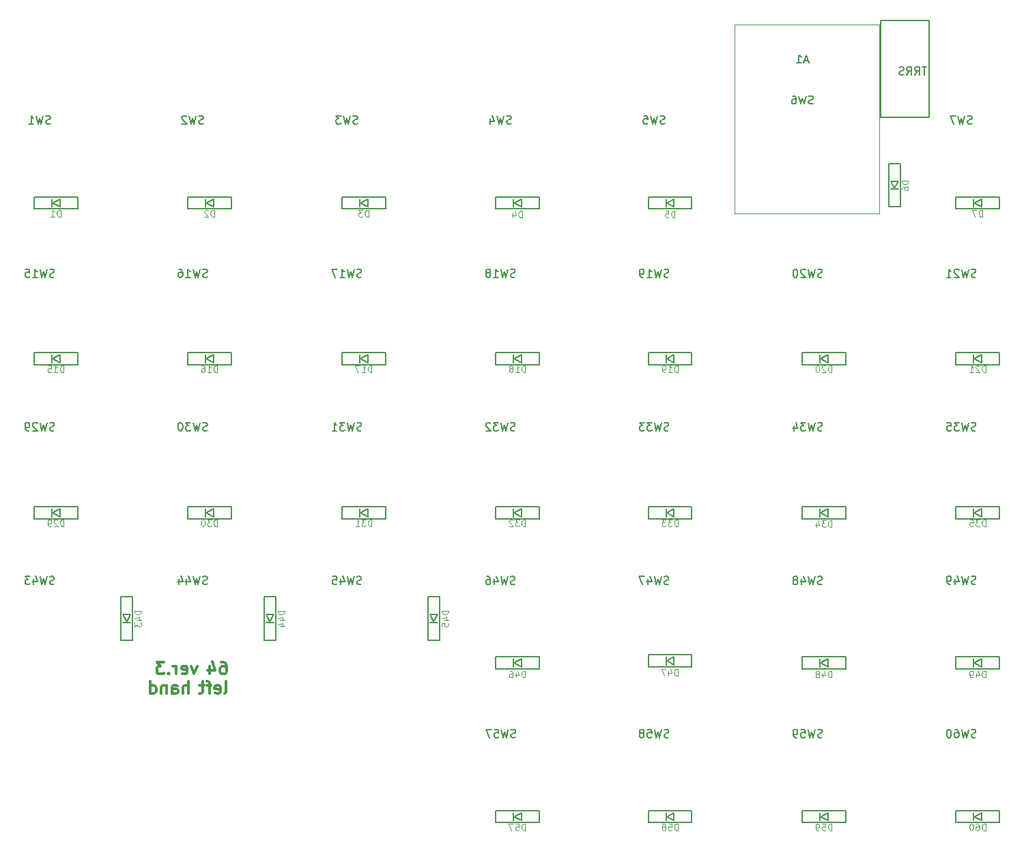
<source format=gbr>
%TF.GenerationSoftware,KiCad,Pcbnew,(7.0.0-0)*%
%TF.CreationDate,2023-04-16T10:10:33+09:00*%
%TF.ProjectId,pcb,7063622e-6b69-4636-9164-5f7063625858,rev?*%
%TF.SameCoordinates,Original*%
%TF.FileFunction,Legend,Bot*%
%TF.FilePolarity,Positive*%
%FSLAX46Y46*%
G04 Gerber Fmt 4.6, Leading zero omitted, Abs format (unit mm)*
G04 Created by KiCad (PCBNEW (7.0.0-0)) date 2023-04-16 10:10:33*
%MOMM*%
%LPD*%
G01*
G04 APERTURE LIST*
%ADD10C,0.300000*%
%ADD11C,0.150000*%
%ADD12C,0.125000*%
%ADD13C,0.120000*%
G04 APERTURE END LIST*
D10*
X59960000Y-100137571D02*
X60245714Y-100137571D01*
X60245714Y-100137571D02*
X60388571Y-100209000D01*
X60388571Y-100209000D02*
X60460000Y-100280428D01*
X60460000Y-100280428D02*
X60602857Y-100494714D01*
X60602857Y-100494714D02*
X60674285Y-100780428D01*
X60674285Y-100780428D02*
X60674285Y-101351857D01*
X60674285Y-101351857D02*
X60602857Y-101494714D01*
X60602857Y-101494714D02*
X60531428Y-101566142D01*
X60531428Y-101566142D02*
X60388571Y-101637571D01*
X60388571Y-101637571D02*
X60102857Y-101637571D01*
X60102857Y-101637571D02*
X59960000Y-101566142D01*
X59960000Y-101566142D02*
X59888571Y-101494714D01*
X59888571Y-101494714D02*
X59817142Y-101351857D01*
X59817142Y-101351857D02*
X59817142Y-100994714D01*
X59817142Y-100994714D02*
X59888571Y-100851857D01*
X59888571Y-100851857D02*
X59960000Y-100780428D01*
X59960000Y-100780428D02*
X60102857Y-100709000D01*
X60102857Y-100709000D02*
X60388571Y-100709000D01*
X60388571Y-100709000D02*
X60531428Y-100780428D01*
X60531428Y-100780428D02*
X60602857Y-100851857D01*
X60602857Y-100851857D02*
X60674285Y-100994714D01*
X58531429Y-100637571D02*
X58531429Y-101637571D01*
X58888571Y-100066142D02*
X59245714Y-101137571D01*
X59245714Y-101137571D02*
X58317143Y-101137571D01*
X56988572Y-100637571D02*
X56631429Y-101637571D01*
X56631429Y-101637571D02*
X56274286Y-100637571D01*
X55131429Y-101566142D02*
X55274286Y-101637571D01*
X55274286Y-101637571D02*
X55560001Y-101637571D01*
X55560001Y-101637571D02*
X55702858Y-101566142D01*
X55702858Y-101566142D02*
X55774286Y-101423285D01*
X55774286Y-101423285D02*
X55774286Y-100851857D01*
X55774286Y-100851857D02*
X55702858Y-100709000D01*
X55702858Y-100709000D02*
X55560001Y-100637571D01*
X55560001Y-100637571D02*
X55274286Y-100637571D01*
X55274286Y-100637571D02*
X55131429Y-100709000D01*
X55131429Y-100709000D02*
X55060001Y-100851857D01*
X55060001Y-100851857D02*
X55060001Y-100994714D01*
X55060001Y-100994714D02*
X55774286Y-101137571D01*
X54417144Y-101637571D02*
X54417144Y-100637571D01*
X54417144Y-100923285D02*
X54345715Y-100780428D01*
X54345715Y-100780428D02*
X54274287Y-100709000D01*
X54274287Y-100709000D02*
X54131429Y-100637571D01*
X54131429Y-100637571D02*
X53988572Y-100637571D01*
X53488573Y-101494714D02*
X53417144Y-101566142D01*
X53417144Y-101566142D02*
X53488573Y-101637571D01*
X53488573Y-101637571D02*
X53560001Y-101566142D01*
X53560001Y-101566142D02*
X53488573Y-101494714D01*
X53488573Y-101494714D02*
X53488573Y-101637571D01*
X52917144Y-100137571D02*
X51988572Y-100137571D01*
X51988572Y-100137571D02*
X52488572Y-100709000D01*
X52488572Y-100709000D02*
X52274287Y-100709000D01*
X52274287Y-100709000D02*
X52131430Y-100780428D01*
X52131430Y-100780428D02*
X52060001Y-100851857D01*
X52060001Y-100851857D02*
X51988572Y-100994714D01*
X51988572Y-100994714D02*
X51988572Y-101351857D01*
X51988572Y-101351857D02*
X52060001Y-101494714D01*
X52060001Y-101494714D02*
X52131430Y-101566142D01*
X52131430Y-101566142D02*
X52274287Y-101637571D01*
X52274287Y-101637571D02*
X52702858Y-101637571D01*
X52702858Y-101637571D02*
X52845715Y-101566142D01*
X52845715Y-101566142D02*
X52917144Y-101494714D01*
X60388571Y-104067571D02*
X60531428Y-103996142D01*
X60531428Y-103996142D02*
X60602857Y-103853285D01*
X60602857Y-103853285D02*
X60602857Y-102567571D01*
X59245714Y-103996142D02*
X59388571Y-104067571D01*
X59388571Y-104067571D02*
X59674286Y-104067571D01*
X59674286Y-104067571D02*
X59817143Y-103996142D01*
X59817143Y-103996142D02*
X59888571Y-103853285D01*
X59888571Y-103853285D02*
X59888571Y-103281857D01*
X59888571Y-103281857D02*
X59817143Y-103139000D01*
X59817143Y-103139000D02*
X59674286Y-103067571D01*
X59674286Y-103067571D02*
X59388571Y-103067571D01*
X59388571Y-103067571D02*
X59245714Y-103139000D01*
X59245714Y-103139000D02*
X59174286Y-103281857D01*
X59174286Y-103281857D02*
X59174286Y-103424714D01*
X59174286Y-103424714D02*
X59888571Y-103567571D01*
X58745714Y-103067571D02*
X58174286Y-103067571D01*
X58531429Y-104067571D02*
X58531429Y-102781857D01*
X58531429Y-102781857D02*
X58460000Y-102639000D01*
X58460000Y-102639000D02*
X58317143Y-102567571D01*
X58317143Y-102567571D02*
X58174286Y-102567571D01*
X57888571Y-103067571D02*
X57317143Y-103067571D01*
X57674286Y-102567571D02*
X57674286Y-103853285D01*
X57674286Y-103853285D02*
X57602857Y-103996142D01*
X57602857Y-103996142D02*
X57460000Y-104067571D01*
X57460000Y-104067571D02*
X57317143Y-104067571D01*
X55917143Y-104067571D02*
X55917143Y-102567571D01*
X55274286Y-104067571D02*
X55274286Y-103281857D01*
X55274286Y-103281857D02*
X55345714Y-103139000D01*
X55345714Y-103139000D02*
X55488571Y-103067571D01*
X55488571Y-103067571D02*
X55702857Y-103067571D01*
X55702857Y-103067571D02*
X55845714Y-103139000D01*
X55845714Y-103139000D02*
X55917143Y-103210428D01*
X53917143Y-104067571D02*
X53917143Y-103281857D01*
X53917143Y-103281857D02*
X53988571Y-103139000D01*
X53988571Y-103139000D02*
X54131428Y-103067571D01*
X54131428Y-103067571D02*
X54417143Y-103067571D01*
X54417143Y-103067571D02*
X54560000Y-103139000D01*
X53917143Y-103996142D02*
X54060000Y-104067571D01*
X54060000Y-104067571D02*
X54417143Y-104067571D01*
X54417143Y-104067571D02*
X54560000Y-103996142D01*
X54560000Y-103996142D02*
X54631428Y-103853285D01*
X54631428Y-103853285D02*
X54631428Y-103710428D01*
X54631428Y-103710428D02*
X54560000Y-103567571D01*
X54560000Y-103567571D02*
X54417143Y-103496142D01*
X54417143Y-103496142D02*
X54060000Y-103496142D01*
X54060000Y-103496142D02*
X53917143Y-103424714D01*
X53202857Y-103067571D02*
X53202857Y-104067571D01*
X53202857Y-103210428D02*
X53131428Y-103139000D01*
X53131428Y-103139000D02*
X52988571Y-103067571D01*
X52988571Y-103067571D02*
X52774285Y-103067571D01*
X52774285Y-103067571D02*
X52631428Y-103139000D01*
X52631428Y-103139000D02*
X52560000Y-103281857D01*
X52560000Y-103281857D02*
X52560000Y-104067571D01*
X51202857Y-104067571D02*
X51202857Y-102567571D01*
X51202857Y-103996142D02*
X51345714Y-104067571D01*
X51345714Y-104067571D02*
X51631428Y-104067571D01*
X51631428Y-104067571D02*
X51774285Y-103996142D01*
X51774285Y-103996142D02*
X51845714Y-103924714D01*
X51845714Y-103924714D02*
X51917142Y-103781857D01*
X51917142Y-103781857D02*
X51917142Y-103353285D01*
X51917142Y-103353285D02*
X51845714Y-103210428D01*
X51845714Y-103210428D02*
X51774285Y-103139000D01*
X51774285Y-103139000D02*
X51631428Y-103067571D01*
X51631428Y-103067571D02*
X51345714Y-103067571D01*
X51345714Y-103067571D02*
X51202857Y-103139000D01*
D11*
%TO.C,SW46*%
X96424523Y-90473561D02*
X96281666Y-90521180D01*
X96281666Y-90521180D02*
X96043571Y-90521180D01*
X96043571Y-90521180D02*
X95948333Y-90473561D01*
X95948333Y-90473561D02*
X95900714Y-90425942D01*
X95900714Y-90425942D02*
X95853095Y-90330704D01*
X95853095Y-90330704D02*
X95853095Y-90235466D01*
X95853095Y-90235466D02*
X95900714Y-90140228D01*
X95900714Y-90140228D02*
X95948333Y-90092609D01*
X95948333Y-90092609D02*
X96043571Y-90044990D01*
X96043571Y-90044990D02*
X96234047Y-89997371D01*
X96234047Y-89997371D02*
X96329285Y-89949752D01*
X96329285Y-89949752D02*
X96376904Y-89902133D01*
X96376904Y-89902133D02*
X96424523Y-89806895D01*
X96424523Y-89806895D02*
X96424523Y-89711657D01*
X96424523Y-89711657D02*
X96376904Y-89616419D01*
X96376904Y-89616419D02*
X96329285Y-89568800D01*
X96329285Y-89568800D02*
X96234047Y-89521180D01*
X96234047Y-89521180D02*
X95995952Y-89521180D01*
X95995952Y-89521180D02*
X95853095Y-89568800D01*
X95519761Y-89521180D02*
X95281666Y-90521180D01*
X95281666Y-90521180D02*
X95091190Y-89806895D01*
X95091190Y-89806895D02*
X94900714Y-90521180D01*
X94900714Y-90521180D02*
X94662619Y-89521180D01*
X93853095Y-89854514D02*
X93853095Y-90521180D01*
X94091190Y-89473561D02*
X94329285Y-90187847D01*
X94329285Y-90187847D02*
X93710238Y-90187847D01*
X92900714Y-89521180D02*
X93091190Y-89521180D01*
X93091190Y-89521180D02*
X93186428Y-89568800D01*
X93186428Y-89568800D02*
X93234047Y-89616419D01*
X93234047Y-89616419D02*
X93329285Y-89759276D01*
X93329285Y-89759276D02*
X93376904Y-89949752D01*
X93376904Y-89949752D02*
X93376904Y-90330704D01*
X93376904Y-90330704D02*
X93329285Y-90425942D01*
X93329285Y-90425942D02*
X93281666Y-90473561D01*
X93281666Y-90473561D02*
X93186428Y-90521180D01*
X93186428Y-90521180D02*
X92995952Y-90521180D01*
X92995952Y-90521180D02*
X92900714Y-90473561D01*
X92900714Y-90473561D02*
X92853095Y-90425942D01*
X92853095Y-90425942D02*
X92805476Y-90330704D01*
X92805476Y-90330704D02*
X92805476Y-90092609D01*
X92805476Y-90092609D02*
X92853095Y-89997371D01*
X92853095Y-89997371D02*
X92900714Y-89949752D01*
X92900714Y-89949752D02*
X92995952Y-89902133D01*
X92995952Y-89902133D02*
X93186428Y-89902133D01*
X93186428Y-89902133D02*
X93281666Y-89949752D01*
X93281666Y-89949752D02*
X93329285Y-89997371D01*
X93329285Y-89997371D02*
X93376904Y-90092609D01*
D12*
%TO.C,D33*%
X116626428Y-83283904D02*
X116626428Y-82483904D01*
X116626428Y-82483904D02*
X116435952Y-82483904D01*
X116435952Y-82483904D02*
X116321666Y-82522000D01*
X116321666Y-82522000D02*
X116245476Y-82598190D01*
X116245476Y-82598190D02*
X116207381Y-82674380D01*
X116207381Y-82674380D02*
X116169285Y-82826761D01*
X116169285Y-82826761D02*
X116169285Y-82941047D01*
X116169285Y-82941047D02*
X116207381Y-83093428D01*
X116207381Y-83093428D02*
X116245476Y-83169619D01*
X116245476Y-83169619D02*
X116321666Y-83245809D01*
X116321666Y-83245809D02*
X116435952Y-83283904D01*
X116435952Y-83283904D02*
X116626428Y-83283904D01*
X115902619Y-82483904D02*
X115407381Y-82483904D01*
X115407381Y-82483904D02*
X115674047Y-82788666D01*
X115674047Y-82788666D02*
X115559762Y-82788666D01*
X115559762Y-82788666D02*
X115483571Y-82826761D01*
X115483571Y-82826761D02*
X115445476Y-82864857D01*
X115445476Y-82864857D02*
X115407381Y-82941047D01*
X115407381Y-82941047D02*
X115407381Y-83131523D01*
X115407381Y-83131523D02*
X115445476Y-83207714D01*
X115445476Y-83207714D02*
X115483571Y-83245809D01*
X115483571Y-83245809D02*
X115559762Y-83283904D01*
X115559762Y-83283904D02*
X115788333Y-83283904D01*
X115788333Y-83283904D02*
X115864524Y-83245809D01*
X115864524Y-83245809D02*
X115902619Y-83207714D01*
X115140714Y-82483904D02*
X114645476Y-82483904D01*
X114645476Y-82483904D02*
X114912142Y-82788666D01*
X114912142Y-82788666D02*
X114797857Y-82788666D01*
X114797857Y-82788666D02*
X114721666Y-82826761D01*
X114721666Y-82826761D02*
X114683571Y-82864857D01*
X114683571Y-82864857D02*
X114645476Y-82941047D01*
X114645476Y-82941047D02*
X114645476Y-83131523D01*
X114645476Y-83131523D02*
X114683571Y-83207714D01*
X114683571Y-83207714D02*
X114721666Y-83245809D01*
X114721666Y-83245809D02*
X114797857Y-83283904D01*
X114797857Y-83283904D02*
X115026428Y-83283904D01*
X115026428Y-83283904D02*
X115102619Y-83245809D01*
X115102619Y-83245809D02*
X115140714Y-83207714D01*
%TO.C,D43*%
X50058904Y-93773571D02*
X49258904Y-93773571D01*
X49258904Y-93773571D02*
X49258904Y-93964047D01*
X49258904Y-93964047D02*
X49297000Y-94078333D01*
X49297000Y-94078333D02*
X49373190Y-94154523D01*
X49373190Y-94154523D02*
X49449380Y-94192618D01*
X49449380Y-94192618D02*
X49601761Y-94230714D01*
X49601761Y-94230714D02*
X49716047Y-94230714D01*
X49716047Y-94230714D02*
X49868428Y-94192618D01*
X49868428Y-94192618D02*
X49944619Y-94154523D01*
X49944619Y-94154523D02*
X50020809Y-94078333D01*
X50020809Y-94078333D02*
X50058904Y-93964047D01*
X50058904Y-93964047D02*
X50058904Y-93773571D01*
X49525571Y-94916428D02*
X50058904Y-94916428D01*
X49220809Y-94725952D02*
X49792238Y-94535475D01*
X49792238Y-94535475D02*
X49792238Y-95030714D01*
X49258904Y-95259285D02*
X49258904Y-95754523D01*
X49258904Y-95754523D02*
X49563666Y-95487857D01*
X49563666Y-95487857D02*
X49563666Y-95602142D01*
X49563666Y-95602142D02*
X49601761Y-95678333D01*
X49601761Y-95678333D02*
X49639857Y-95716428D01*
X49639857Y-95716428D02*
X49716047Y-95754523D01*
X49716047Y-95754523D02*
X49906523Y-95754523D01*
X49906523Y-95754523D02*
X49982714Y-95716428D01*
X49982714Y-95716428D02*
X50020809Y-95678333D01*
X50020809Y-95678333D02*
X50058904Y-95602142D01*
X50058904Y-95602142D02*
X50058904Y-95373571D01*
X50058904Y-95373571D02*
X50020809Y-95297380D01*
X50020809Y-95297380D02*
X49982714Y-95259285D01*
%TO.C,D60*%
X154771428Y-121033904D02*
X154771428Y-120233904D01*
X154771428Y-120233904D02*
X154580952Y-120233904D01*
X154580952Y-120233904D02*
X154466666Y-120272000D01*
X154466666Y-120272000D02*
X154390476Y-120348190D01*
X154390476Y-120348190D02*
X154352381Y-120424380D01*
X154352381Y-120424380D02*
X154314285Y-120576761D01*
X154314285Y-120576761D02*
X154314285Y-120691047D01*
X154314285Y-120691047D02*
X154352381Y-120843428D01*
X154352381Y-120843428D02*
X154390476Y-120919619D01*
X154390476Y-120919619D02*
X154466666Y-120995809D01*
X154466666Y-120995809D02*
X154580952Y-121033904D01*
X154580952Y-121033904D02*
X154771428Y-121033904D01*
X153628571Y-120233904D02*
X153780952Y-120233904D01*
X153780952Y-120233904D02*
X153857143Y-120272000D01*
X153857143Y-120272000D02*
X153895238Y-120310095D01*
X153895238Y-120310095D02*
X153971428Y-120424380D01*
X153971428Y-120424380D02*
X154009524Y-120576761D01*
X154009524Y-120576761D02*
X154009524Y-120881523D01*
X154009524Y-120881523D02*
X153971428Y-120957714D01*
X153971428Y-120957714D02*
X153933333Y-120995809D01*
X153933333Y-120995809D02*
X153857143Y-121033904D01*
X153857143Y-121033904D02*
X153704762Y-121033904D01*
X153704762Y-121033904D02*
X153628571Y-120995809D01*
X153628571Y-120995809D02*
X153590476Y-120957714D01*
X153590476Y-120957714D02*
X153552381Y-120881523D01*
X153552381Y-120881523D02*
X153552381Y-120691047D01*
X153552381Y-120691047D02*
X153590476Y-120614857D01*
X153590476Y-120614857D02*
X153628571Y-120576761D01*
X153628571Y-120576761D02*
X153704762Y-120538666D01*
X153704762Y-120538666D02*
X153857143Y-120538666D01*
X153857143Y-120538666D02*
X153933333Y-120576761D01*
X153933333Y-120576761D02*
X153971428Y-120614857D01*
X153971428Y-120614857D02*
X154009524Y-120691047D01*
X153057142Y-120233904D02*
X152980952Y-120233904D01*
X152980952Y-120233904D02*
X152904761Y-120272000D01*
X152904761Y-120272000D02*
X152866666Y-120310095D01*
X152866666Y-120310095D02*
X152828571Y-120386285D01*
X152828571Y-120386285D02*
X152790476Y-120538666D01*
X152790476Y-120538666D02*
X152790476Y-120729142D01*
X152790476Y-120729142D02*
X152828571Y-120881523D01*
X152828571Y-120881523D02*
X152866666Y-120957714D01*
X152866666Y-120957714D02*
X152904761Y-120995809D01*
X152904761Y-120995809D02*
X152980952Y-121033904D01*
X152980952Y-121033904D02*
X153057142Y-121033904D01*
X153057142Y-121033904D02*
X153133333Y-120995809D01*
X153133333Y-120995809D02*
X153171428Y-120957714D01*
X153171428Y-120957714D02*
X153209523Y-120881523D01*
X153209523Y-120881523D02*
X153247619Y-120729142D01*
X153247619Y-120729142D02*
X153247619Y-120538666D01*
X153247619Y-120538666D02*
X153209523Y-120386285D01*
X153209523Y-120386285D02*
X153171428Y-120310095D01*
X153171428Y-120310095D02*
X153133333Y-120272000D01*
X153133333Y-120272000D02*
X153057142Y-120233904D01*
%TO.C,D18*%
X97686428Y-64153904D02*
X97686428Y-63353904D01*
X97686428Y-63353904D02*
X97495952Y-63353904D01*
X97495952Y-63353904D02*
X97381666Y-63392000D01*
X97381666Y-63392000D02*
X97305476Y-63468190D01*
X97305476Y-63468190D02*
X97267381Y-63544380D01*
X97267381Y-63544380D02*
X97229285Y-63696761D01*
X97229285Y-63696761D02*
X97229285Y-63811047D01*
X97229285Y-63811047D02*
X97267381Y-63963428D01*
X97267381Y-63963428D02*
X97305476Y-64039619D01*
X97305476Y-64039619D02*
X97381666Y-64115809D01*
X97381666Y-64115809D02*
X97495952Y-64153904D01*
X97495952Y-64153904D02*
X97686428Y-64153904D01*
X96467381Y-64153904D02*
X96924524Y-64153904D01*
X96695952Y-64153904D02*
X96695952Y-63353904D01*
X96695952Y-63353904D02*
X96772143Y-63468190D01*
X96772143Y-63468190D02*
X96848333Y-63544380D01*
X96848333Y-63544380D02*
X96924524Y-63582476D01*
X96010238Y-63696761D02*
X96086428Y-63658666D01*
X96086428Y-63658666D02*
X96124523Y-63620571D01*
X96124523Y-63620571D02*
X96162619Y-63544380D01*
X96162619Y-63544380D02*
X96162619Y-63506285D01*
X96162619Y-63506285D02*
X96124523Y-63430095D01*
X96124523Y-63430095D02*
X96086428Y-63392000D01*
X96086428Y-63392000D02*
X96010238Y-63353904D01*
X96010238Y-63353904D02*
X95857857Y-63353904D01*
X95857857Y-63353904D02*
X95781666Y-63392000D01*
X95781666Y-63392000D02*
X95743571Y-63430095D01*
X95743571Y-63430095D02*
X95705476Y-63506285D01*
X95705476Y-63506285D02*
X95705476Y-63544380D01*
X95705476Y-63544380D02*
X95743571Y-63620571D01*
X95743571Y-63620571D02*
X95781666Y-63658666D01*
X95781666Y-63658666D02*
X95857857Y-63696761D01*
X95857857Y-63696761D02*
X96010238Y-63696761D01*
X96010238Y-63696761D02*
X96086428Y-63734857D01*
X96086428Y-63734857D02*
X96124523Y-63772952D01*
X96124523Y-63772952D02*
X96162619Y-63849142D01*
X96162619Y-63849142D02*
X96162619Y-64001523D01*
X96162619Y-64001523D02*
X96124523Y-64077714D01*
X96124523Y-64077714D02*
X96086428Y-64115809D01*
X96086428Y-64115809D02*
X96010238Y-64153904D01*
X96010238Y-64153904D02*
X95857857Y-64153904D01*
X95857857Y-64153904D02*
X95781666Y-64115809D01*
X95781666Y-64115809D02*
X95743571Y-64077714D01*
X95743571Y-64077714D02*
X95705476Y-64001523D01*
X95705476Y-64001523D02*
X95705476Y-63849142D01*
X95705476Y-63849142D02*
X95743571Y-63772952D01*
X95743571Y-63772952D02*
X95781666Y-63734857D01*
X95781666Y-63734857D02*
X95857857Y-63696761D01*
%TO.C,D16*%
X59486428Y-64153904D02*
X59486428Y-63353904D01*
X59486428Y-63353904D02*
X59295952Y-63353904D01*
X59295952Y-63353904D02*
X59181666Y-63392000D01*
X59181666Y-63392000D02*
X59105476Y-63468190D01*
X59105476Y-63468190D02*
X59067381Y-63544380D01*
X59067381Y-63544380D02*
X59029285Y-63696761D01*
X59029285Y-63696761D02*
X59029285Y-63811047D01*
X59029285Y-63811047D02*
X59067381Y-63963428D01*
X59067381Y-63963428D02*
X59105476Y-64039619D01*
X59105476Y-64039619D02*
X59181666Y-64115809D01*
X59181666Y-64115809D02*
X59295952Y-64153904D01*
X59295952Y-64153904D02*
X59486428Y-64153904D01*
X58267381Y-64153904D02*
X58724524Y-64153904D01*
X58495952Y-64153904D02*
X58495952Y-63353904D01*
X58495952Y-63353904D02*
X58572143Y-63468190D01*
X58572143Y-63468190D02*
X58648333Y-63544380D01*
X58648333Y-63544380D02*
X58724524Y-63582476D01*
X57581666Y-63353904D02*
X57734047Y-63353904D01*
X57734047Y-63353904D02*
X57810238Y-63392000D01*
X57810238Y-63392000D02*
X57848333Y-63430095D01*
X57848333Y-63430095D02*
X57924523Y-63544380D01*
X57924523Y-63544380D02*
X57962619Y-63696761D01*
X57962619Y-63696761D02*
X57962619Y-64001523D01*
X57962619Y-64001523D02*
X57924523Y-64077714D01*
X57924523Y-64077714D02*
X57886428Y-64115809D01*
X57886428Y-64115809D02*
X57810238Y-64153904D01*
X57810238Y-64153904D02*
X57657857Y-64153904D01*
X57657857Y-64153904D02*
X57581666Y-64115809D01*
X57581666Y-64115809D02*
X57543571Y-64077714D01*
X57543571Y-64077714D02*
X57505476Y-64001523D01*
X57505476Y-64001523D02*
X57505476Y-63811047D01*
X57505476Y-63811047D02*
X57543571Y-63734857D01*
X57543571Y-63734857D02*
X57581666Y-63696761D01*
X57581666Y-63696761D02*
X57657857Y-63658666D01*
X57657857Y-63658666D02*
X57810238Y-63658666D01*
X57810238Y-63658666D02*
X57886428Y-63696761D01*
X57886428Y-63696761D02*
X57924523Y-63734857D01*
X57924523Y-63734857D02*
X57962619Y-63811047D01*
%TO.C,D6*%
X145203904Y-40354324D02*
X144403904Y-40354324D01*
X144403904Y-40354324D02*
X144403904Y-40544800D01*
X144403904Y-40544800D02*
X144442000Y-40659086D01*
X144442000Y-40659086D02*
X144518190Y-40735276D01*
X144518190Y-40735276D02*
X144594380Y-40773371D01*
X144594380Y-40773371D02*
X144746761Y-40811467D01*
X144746761Y-40811467D02*
X144861047Y-40811467D01*
X144861047Y-40811467D02*
X145013428Y-40773371D01*
X145013428Y-40773371D02*
X145089619Y-40735276D01*
X145089619Y-40735276D02*
X145165809Y-40659086D01*
X145165809Y-40659086D02*
X145203904Y-40544800D01*
X145203904Y-40544800D02*
X145203904Y-40354324D01*
X144403904Y-41497181D02*
X144403904Y-41344800D01*
X144403904Y-41344800D02*
X144442000Y-41268609D01*
X144442000Y-41268609D02*
X144480095Y-41230514D01*
X144480095Y-41230514D02*
X144594380Y-41154324D01*
X144594380Y-41154324D02*
X144746761Y-41116228D01*
X144746761Y-41116228D02*
X145051523Y-41116228D01*
X145051523Y-41116228D02*
X145127714Y-41154324D01*
X145127714Y-41154324D02*
X145165809Y-41192419D01*
X145165809Y-41192419D02*
X145203904Y-41268609D01*
X145203904Y-41268609D02*
X145203904Y-41420990D01*
X145203904Y-41420990D02*
X145165809Y-41497181D01*
X145165809Y-41497181D02*
X145127714Y-41535276D01*
X145127714Y-41535276D02*
X145051523Y-41573371D01*
X145051523Y-41573371D02*
X144861047Y-41573371D01*
X144861047Y-41573371D02*
X144784857Y-41535276D01*
X144784857Y-41535276D02*
X144746761Y-41497181D01*
X144746761Y-41497181D02*
X144708666Y-41420990D01*
X144708666Y-41420990D02*
X144708666Y-41268609D01*
X144708666Y-41268609D02*
X144746761Y-41192419D01*
X144746761Y-41192419D02*
X144784857Y-41154324D01*
X144784857Y-41154324D02*
X144861047Y-41116228D01*
%TO.C,D17*%
X78636428Y-64153904D02*
X78636428Y-63353904D01*
X78636428Y-63353904D02*
X78445952Y-63353904D01*
X78445952Y-63353904D02*
X78331666Y-63392000D01*
X78331666Y-63392000D02*
X78255476Y-63468190D01*
X78255476Y-63468190D02*
X78217381Y-63544380D01*
X78217381Y-63544380D02*
X78179285Y-63696761D01*
X78179285Y-63696761D02*
X78179285Y-63811047D01*
X78179285Y-63811047D02*
X78217381Y-63963428D01*
X78217381Y-63963428D02*
X78255476Y-64039619D01*
X78255476Y-64039619D02*
X78331666Y-64115809D01*
X78331666Y-64115809D02*
X78445952Y-64153904D01*
X78445952Y-64153904D02*
X78636428Y-64153904D01*
X77417381Y-64153904D02*
X77874524Y-64153904D01*
X77645952Y-64153904D02*
X77645952Y-63353904D01*
X77645952Y-63353904D02*
X77722143Y-63468190D01*
X77722143Y-63468190D02*
X77798333Y-63544380D01*
X77798333Y-63544380D02*
X77874524Y-63582476D01*
X77150714Y-63353904D02*
X76617380Y-63353904D01*
X76617380Y-63353904D02*
X76960238Y-64153904D01*
D11*
%TO.C,J1*%
X147485854Y-26267380D02*
X146914426Y-26267380D01*
X147200140Y-27267380D02*
X147200140Y-26267380D01*
X146009664Y-27267380D02*
X146342997Y-26791190D01*
X146581092Y-27267380D02*
X146581092Y-26267380D01*
X146581092Y-26267380D02*
X146200140Y-26267380D01*
X146200140Y-26267380D02*
X146104902Y-26315000D01*
X146104902Y-26315000D02*
X146057283Y-26362619D01*
X146057283Y-26362619D02*
X146009664Y-26457857D01*
X146009664Y-26457857D02*
X146009664Y-26600714D01*
X146009664Y-26600714D02*
X146057283Y-26695952D01*
X146057283Y-26695952D02*
X146104902Y-26743571D01*
X146104902Y-26743571D02*
X146200140Y-26791190D01*
X146200140Y-26791190D02*
X146581092Y-26791190D01*
X145009664Y-27267380D02*
X145342997Y-26791190D01*
X145581092Y-27267380D02*
X145581092Y-26267380D01*
X145581092Y-26267380D02*
X145200140Y-26267380D01*
X145200140Y-26267380D02*
X145104902Y-26315000D01*
X145104902Y-26315000D02*
X145057283Y-26362619D01*
X145057283Y-26362619D02*
X145009664Y-26457857D01*
X145009664Y-26457857D02*
X145009664Y-26600714D01*
X145009664Y-26600714D02*
X145057283Y-26695952D01*
X145057283Y-26695952D02*
X145104902Y-26743571D01*
X145104902Y-26743571D02*
X145200140Y-26791190D01*
X145200140Y-26791190D02*
X145581092Y-26791190D01*
X144628711Y-27219761D02*
X144485854Y-27267380D01*
X144485854Y-27267380D02*
X144247759Y-27267380D01*
X144247759Y-27267380D02*
X144152521Y-27219761D01*
X144152521Y-27219761D02*
X144104902Y-27172142D01*
X144104902Y-27172142D02*
X144057283Y-27076904D01*
X144057283Y-27076904D02*
X144057283Y-26981666D01*
X144057283Y-26981666D02*
X144104902Y-26886428D01*
X144104902Y-26886428D02*
X144152521Y-26838809D01*
X144152521Y-26838809D02*
X144247759Y-26791190D01*
X144247759Y-26791190D02*
X144438235Y-26743571D01*
X144438235Y-26743571D02*
X144533473Y-26695952D01*
X144533473Y-26695952D02*
X144581092Y-26648333D01*
X144581092Y-26648333D02*
X144628711Y-26553095D01*
X144628711Y-26553095D02*
X144628711Y-26457857D01*
X144628711Y-26457857D02*
X144581092Y-26362619D01*
X144581092Y-26362619D02*
X144533473Y-26315000D01*
X144533473Y-26315000D02*
X144438235Y-26267380D01*
X144438235Y-26267380D02*
X144200140Y-26267380D01*
X144200140Y-26267380D02*
X144057283Y-26315000D01*
D12*
%TO.C,D21*%
X154771428Y-64153904D02*
X154771428Y-63353904D01*
X154771428Y-63353904D02*
X154580952Y-63353904D01*
X154580952Y-63353904D02*
X154466666Y-63392000D01*
X154466666Y-63392000D02*
X154390476Y-63468190D01*
X154390476Y-63468190D02*
X154352381Y-63544380D01*
X154352381Y-63544380D02*
X154314285Y-63696761D01*
X154314285Y-63696761D02*
X154314285Y-63811047D01*
X154314285Y-63811047D02*
X154352381Y-63963428D01*
X154352381Y-63963428D02*
X154390476Y-64039619D01*
X154390476Y-64039619D02*
X154466666Y-64115809D01*
X154466666Y-64115809D02*
X154580952Y-64153904D01*
X154580952Y-64153904D02*
X154771428Y-64153904D01*
X154009524Y-63430095D02*
X153971428Y-63392000D01*
X153971428Y-63392000D02*
X153895238Y-63353904D01*
X153895238Y-63353904D02*
X153704762Y-63353904D01*
X153704762Y-63353904D02*
X153628571Y-63392000D01*
X153628571Y-63392000D02*
X153590476Y-63430095D01*
X153590476Y-63430095D02*
X153552381Y-63506285D01*
X153552381Y-63506285D02*
X153552381Y-63582476D01*
X153552381Y-63582476D02*
X153590476Y-63696761D01*
X153590476Y-63696761D02*
X154047619Y-64153904D01*
X154047619Y-64153904D02*
X153552381Y-64153904D01*
X152790476Y-64153904D02*
X153247619Y-64153904D01*
X153019047Y-64153904D02*
X153019047Y-63353904D01*
X153019047Y-63353904D02*
X153095238Y-63468190D01*
X153095238Y-63468190D02*
X153171428Y-63544380D01*
X153171428Y-63544380D02*
X153247619Y-63582476D01*
D11*
%TO.C,SW34*%
X134524523Y-71379761D02*
X134381666Y-71427380D01*
X134381666Y-71427380D02*
X134143571Y-71427380D01*
X134143571Y-71427380D02*
X134048333Y-71379761D01*
X134048333Y-71379761D02*
X134000714Y-71332142D01*
X134000714Y-71332142D02*
X133953095Y-71236904D01*
X133953095Y-71236904D02*
X133953095Y-71141666D01*
X133953095Y-71141666D02*
X134000714Y-71046428D01*
X134000714Y-71046428D02*
X134048333Y-70998809D01*
X134048333Y-70998809D02*
X134143571Y-70951190D01*
X134143571Y-70951190D02*
X134334047Y-70903571D01*
X134334047Y-70903571D02*
X134429285Y-70855952D01*
X134429285Y-70855952D02*
X134476904Y-70808333D01*
X134476904Y-70808333D02*
X134524523Y-70713095D01*
X134524523Y-70713095D02*
X134524523Y-70617857D01*
X134524523Y-70617857D02*
X134476904Y-70522619D01*
X134476904Y-70522619D02*
X134429285Y-70475000D01*
X134429285Y-70475000D02*
X134334047Y-70427380D01*
X134334047Y-70427380D02*
X134095952Y-70427380D01*
X134095952Y-70427380D02*
X133953095Y-70475000D01*
X133619761Y-70427380D02*
X133381666Y-71427380D01*
X133381666Y-71427380D02*
X133191190Y-70713095D01*
X133191190Y-70713095D02*
X133000714Y-71427380D01*
X133000714Y-71427380D02*
X132762619Y-70427380D01*
X132476904Y-70427380D02*
X131857857Y-70427380D01*
X131857857Y-70427380D02*
X132191190Y-70808333D01*
X132191190Y-70808333D02*
X132048333Y-70808333D01*
X132048333Y-70808333D02*
X131953095Y-70855952D01*
X131953095Y-70855952D02*
X131905476Y-70903571D01*
X131905476Y-70903571D02*
X131857857Y-70998809D01*
X131857857Y-70998809D02*
X131857857Y-71236904D01*
X131857857Y-71236904D02*
X131905476Y-71332142D01*
X131905476Y-71332142D02*
X131953095Y-71379761D01*
X131953095Y-71379761D02*
X132048333Y-71427380D01*
X132048333Y-71427380D02*
X132334047Y-71427380D01*
X132334047Y-71427380D02*
X132429285Y-71379761D01*
X132429285Y-71379761D02*
X132476904Y-71332142D01*
X131000714Y-70760714D02*
X131000714Y-71427380D01*
X131238809Y-70379761D02*
X131476904Y-71094047D01*
X131476904Y-71094047D02*
X130857857Y-71094047D01*
%TO.C,SW15*%
X39274523Y-52329761D02*
X39131666Y-52377380D01*
X39131666Y-52377380D02*
X38893571Y-52377380D01*
X38893571Y-52377380D02*
X38798333Y-52329761D01*
X38798333Y-52329761D02*
X38750714Y-52282142D01*
X38750714Y-52282142D02*
X38703095Y-52186904D01*
X38703095Y-52186904D02*
X38703095Y-52091666D01*
X38703095Y-52091666D02*
X38750714Y-51996428D01*
X38750714Y-51996428D02*
X38798333Y-51948809D01*
X38798333Y-51948809D02*
X38893571Y-51901190D01*
X38893571Y-51901190D02*
X39084047Y-51853571D01*
X39084047Y-51853571D02*
X39179285Y-51805952D01*
X39179285Y-51805952D02*
X39226904Y-51758333D01*
X39226904Y-51758333D02*
X39274523Y-51663095D01*
X39274523Y-51663095D02*
X39274523Y-51567857D01*
X39274523Y-51567857D02*
X39226904Y-51472619D01*
X39226904Y-51472619D02*
X39179285Y-51425000D01*
X39179285Y-51425000D02*
X39084047Y-51377380D01*
X39084047Y-51377380D02*
X38845952Y-51377380D01*
X38845952Y-51377380D02*
X38703095Y-51425000D01*
X38369761Y-51377380D02*
X38131666Y-52377380D01*
X38131666Y-52377380D02*
X37941190Y-51663095D01*
X37941190Y-51663095D02*
X37750714Y-52377380D01*
X37750714Y-52377380D02*
X37512619Y-51377380D01*
X36607857Y-52377380D02*
X37179285Y-52377380D01*
X36893571Y-52377380D02*
X36893571Y-51377380D01*
X36893571Y-51377380D02*
X36988809Y-51520238D01*
X36988809Y-51520238D02*
X37084047Y-51615476D01*
X37084047Y-51615476D02*
X37179285Y-51663095D01*
X35703095Y-51377380D02*
X36179285Y-51377380D01*
X36179285Y-51377380D02*
X36226904Y-51853571D01*
X36226904Y-51853571D02*
X36179285Y-51805952D01*
X36179285Y-51805952D02*
X36084047Y-51758333D01*
X36084047Y-51758333D02*
X35845952Y-51758333D01*
X35845952Y-51758333D02*
X35750714Y-51805952D01*
X35750714Y-51805952D02*
X35703095Y-51853571D01*
X35703095Y-51853571D02*
X35655476Y-51948809D01*
X35655476Y-51948809D02*
X35655476Y-52186904D01*
X35655476Y-52186904D02*
X35703095Y-52282142D01*
X35703095Y-52282142D02*
X35750714Y-52329761D01*
X35750714Y-52329761D02*
X35845952Y-52377380D01*
X35845952Y-52377380D02*
X36084047Y-52377380D01*
X36084047Y-52377380D02*
X36179285Y-52329761D01*
X36179285Y-52329761D02*
X36226904Y-52282142D01*
%TO.C,SW45*%
X77374523Y-90448161D02*
X77231666Y-90495780D01*
X77231666Y-90495780D02*
X76993571Y-90495780D01*
X76993571Y-90495780D02*
X76898333Y-90448161D01*
X76898333Y-90448161D02*
X76850714Y-90400542D01*
X76850714Y-90400542D02*
X76803095Y-90305304D01*
X76803095Y-90305304D02*
X76803095Y-90210066D01*
X76803095Y-90210066D02*
X76850714Y-90114828D01*
X76850714Y-90114828D02*
X76898333Y-90067209D01*
X76898333Y-90067209D02*
X76993571Y-90019590D01*
X76993571Y-90019590D02*
X77184047Y-89971971D01*
X77184047Y-89971971D02*
X77279285Y-89924352D01*
X77279285Y-89924352D02*
X77326904Y-89876733D01*
X77326904Y-89876733D02*
X77374523Y-89781495D01*
X77374523Y-89781495D02*
X77374523Y-89686257D01*
X77374523Y-89686257D02*
X77326904Y-89591019D01*
X77326904Y-89591019D02*
X77279285Y-89543400D01*
X77279285Y-89543400D02*
X77184047Y-89495780D01*
X77184047Y-89495780D02*
X76945952Y-89495780D01*
X76945952Y-89495780D02*
X76803095Y-89543400D01*
X76469761Y-89495780D02*
X76231666Y-90495780D01*
X76231666Y-90495780D02*
X76041190Y-89781495D01*
X76041190Y-89781495D02*
X75850714Y-90495780D01*
X75850714Y-90495780D02*
X75612619Y-89495780D01*
X74803095Y-89829114D02*
X74803095Y-90495780D01*
X75041190Y-89448161D02*
X75279285Y-90162447D01*
X75279285Y-90162447D02*
X74660238Y-90162447D01*
X73803095Y-89495780D02*
X74279285Y-89495780D01*
X74279285Y-89495780D02*
X74326904Y-89971971D01*
X74326904Y-89971971D02*
X74279285Y-89924352D01*
X74279285Y-89924352D02*
X74184047Y-89876733D01*
X74184047Y-89876733D02*
X73945952Y-89876733D01*
X73945952Y-89876733D02*
X73850714Y-89924352D01*
X73850714Y-89924352D02*
X73803095Y-89971971D01*
X73803095Y-89971971D02*
X73755476Y-90067209D01*
X73755476Y-90067209D02*
X73755476Y-90305304D01*
X73755476Y-90305304D02*
X73803095Y-90400542D01*
X73803095Y-90400542D02*
X73850714Y-90448161D01*
X73850714Y-90448161D02*
X73945952Y-90495780D01*
X73945952Y-90495780D02*
X74184047Y-90495780D01*
X74184047Y-90495780D02*
X74279285Y-90448161D01*
X74279285Y-90448161D02*
X74326904Y-90400542D01*
%TO.C,SW57*%
X96484523Y-109479761D02*
X96341666Y-109527380D01*
X96341666Y-109527380D02*
X96103571Y-109527380D01*
X96103571Y-109527380D02*
X96008333Y-109479761D01*
X96008333Y-109479761D02*
X95960714Y-109432142D01*
X95960714Y-109432142D02*
X95913095Y-109336904D01*
X95913095Y-109336904D02*
X95913095Y-109241666D01*
X95913095Y-109241666D02*
X95960714Y-109146428D01*
X95960714Y-109146428D02*
X96008333Y-109098809D01*
X96008333Y-109098809D02*
X96103571Y-109051190D01*
X96103571Y-109051190D02*
X96294047Y-109003571D01*
X96294047Y-109003571D02*
X96389285Y-108955952D01*
X96389285Y-108955952D02*
X96436904Y-108908333D01*
X96436904Y-108908333D02*
X96484523Y-108813095D01*
X96484523Y-108813095D02*
X96484523Y-108717857D01*
X96484523Y-108717857D02*
X96436904Y-108622619D01*
X96436904Y-108622619D02*
X96389285Y-108575000D01*
X96389285Y-108575000D02*
X96294047Y-108527380D01*
X96294047Y-108527380D02*
X96055952Y-108527380D01*
X96055952Y-108527380D02*
X95913095Y-108575000D01*
X95579761Y-108527380D02*
X95341666Y-109527380D01*
X95341666Y-109527380D02*
X95151190Y-108813095D01*
X95151190Y-108813095D02*
X94960714Y-109527380D01*
X94960714Y-109527380D02*
X94722619Y-108527380D01*
X93865476Y-108527380D02*
X94341666Y-108527380D01*
X94341666Y-108527380D02*
X94389285Y-109003571D01*
X94389285Y-109003571D02*
X94341666Y-108955952D01*
X94341666Y-108955952D02*
X94246428Y-108908333D01*
X94246428Y-108908333D02*
X94008333Y-108908333D01*
X94008333Y-108908333D02*
X93913095Y-108955952D01*
X93913095Y-108955952D02*
X93865476Y-109003571D01*
X93865476Y-109003571D02*
X93817857Y-109098809D01*
X93817857Y-109098809D02*
X93817857Y-109336904D01*
X93817857Y-109336904D02*
X93865476Y-109432142D01*
X93865476Y-109432142D02*
X93913095Y-109479761D01*
X93913095Y-109479761D02*
X94008333Y-109527380D01*
X94008333Y-109527380D02*
X94246428Y-109527380D01*
X94246428Y-109527380D02*
X94341666Y-109479761D01*
X94341666Y-109479761D02*
X94389285Y-109432142D01*
X93484523Y-108527380D02*
X92817857Y-108527380D01*
X92817857Y-108527380D02*
X93246428Y-109527380D01*
%TO.C,SW1*%
X38798332Y-33279761D02*
X38655475Y-33327380D01*
X38655475Y-33327380D02*
X38417380Y-33327380D01*
X38417380Y-33327380D02*
X38322142Y-33279761D01*
X38322142Y-33279761D02*
X38274523Y-33232142D01*
X38274523Y-33232142D02*
X38226904Y-33136904D01*
X38226904Y-33136904D02*
X38226904Y-33041666D01*
X38226904Y-33041666D02*
X38274523Y-32946428D01*
X38274523Y-32946428D02*
X38322142Y-32898809D01*
X38322142Y-32898809D02*
X38417380Y-32851190D01*
X38417380Y-32851190D02*
X38607856Y-32803571D01*
X38607856Y-32803571D02*
X38703094Y-32755952D01*
X38703094Y-32755952D02*
X38750713Y-32708333D01*
X38750713Y-32708333D02*
X38798332Y-32613095D01*
X38798332Y-32613095D02*
X38798332Y-32517857D01*
X38798332Y-32517857D02*
X38750713Y-32422619D01*
X38750713Y-32422619D02*
X38703094Y-32375000D01*
X38703094Y-32375000D02*
X38607856Y-32327380D01*
X38607856Y-32327380D02*
X38369761Y-32327380D01*
X38369761Y-32327380D02*
X38226904Y-32375000D01*
X37893570Y-32327380D02*
X37655475Y-33327380D01*
X37655475Y-33327380D02*
X37464999Y-32613095D01*
X37464999Y-32613095D02*
X37274523Y-33327380D01*
X37274523Y-33327380D02*
X37036428Y-32327380D01*
X36131666Y-33327380D02*
X36703094Y-33327380D01*
X36417380Y-33327380D02*
X36417380Y-32327380D01*
X36417380Y-32327380D02*
X36512618Y-32470238D01*
X36512618Y-32470238D02*
X36607856Y-32565476D01*
X36607856Y-32565476D02*
X36703094Y-32613095D01*
%TO.C,SW58*%
X115474523Y-109479761D02*
X115331666Y-109527380D01*
X115331666Y-109527380D02*
X115093571Y-109527380D01*
X115093571Y-109527380D02*
X114998333Y-109479761D01*
X114998333Y-109479761D02*
X114950714Y-109432142D01*
X114950714Y-109432142D02*
X114903095Y-109336904D01*
X114903095Y-109336904D02*
X114903095Y-109241666D01*
X114903095Y-109241666D02*
X114950714Y-109146428D01*
X114950714Y-109146428D02*
X114998333Y-109098809D01*
X114998333Y-109098809D02*
X115093571Y-109051190D01*
X115093571Y-109051190D02*
X115284047Y-109003571D01*
X115284047Y-109003571D02*
X115379285Y-108955952D01*
X115379285Y-108955952D02*
X115426904Y-108908333D01*
X115426904Y-108908333D02*
X115474523Y-108813095D01*
X115474523Y-108813095D02*
X115474523Y-108717857D01*
X115474523Y-108717857D02*
X115426904Y-108622619D01*
X115426904Y-108622619D02*
X115379285Y-108575000D01*
X115379285Y-108575000D02*
X115284047Y-108527380D01*
X115284047Y-108527380D02*
X115045952Y-108527380D01*
X115045952Y-108527380D02*
X114903095Y-108575000D01*
X114569761Y-108527380D02*
X114331666Y-109527380D01*
X114331666Y-109527380D02*
X114141190Y-108813095D01*
X114141190Y-108813095D02*
X113950714Y-109527380D01*
X113950714Y-109527380D02*
X113712619Y-108527380D01*
X112855476Y-108527380D02*
X113331666Y-108527380D01*
X113331666Y-108527380D02*
X113379285Y-109003571D01*
X113379285Y-109003571D02*
X113331666Y-108955952D01*
X113331666Y-108955952D02*
X113236428Y-108908333D01*
X113236428Y-108908333D02*
X112998333Y-108908333D01*
X112998333Y-108908333D02*
X112903095Y-108955952D01*
X112903095Y-108955952D02*
X112855476Y-109003571D01*
X112855476Y-109003571D02*
X112807857Y-109098809D01*
X112807857Y-109098809D02*
X112807857Y-109336904D01*
X112807857Y-109336904D02*
X112855476Y-109432142D01*
X112855476Y-109432142D02*
X112903095Y-109479761D01*
X112903095Y-109479761D02*
X112998333Y-109527380D01*
X112998333Y-109527380D02*
X113236428Y-109527380D01*
X113236428Y-109527380D02*
X113331666Y-109479761D01*
X113331666Y-109479761D02*
X113379285Y-109432142D01*
X112236428Y-108955952D02*
X112331666Y-108908333D01*
X112331666Y-108908333D02*
X112379285Y-108860714D01*
X112379285Y-108860714D02*
X112426904Y-108765476D01*
X112426904Y-108765476D02*
X112426904Y-108717857D01*
X112426904Y-108717857D02*
X112379285Y-108622619D01*
X112379285Y-108622619D02*
X112331666Y-108575000D01*
X112331666Y-108575000D02*
X112236428Y-108527380D01*
X112236428Y-108527380D02*
X112045952Y-108527380D01*
X112045952Y-108527380D02*
X111950714Y-108575000D01*
X111950714Y-108575000D02*
X111903095Y-108622619D01*
X111903095Y-108622619D02*
X111855476Y-108717857D01*
X111855476Y-108717857D02*
X111855476Y-108765476D01*
X111855476Y-108765476D02*
X111903095Y-108860714D01*
X111903095Y-108860714D02*
X111950714Y-108908333D01*
X111950714Y-108908333D02*
X112045952Y-108955952D01*
X112045952Y-108955952D02*
X112236428Y-108955952D01*
X112236428Y-108955952D02*
X112331666Y-109003571D01*
X112331666Y-109003571D02*
X112379285Y-109051190D01*
X112379285Y-109051190D02*
X112426904Y-109146428D01*
X112426904Y-109146428D02*
X112426904Y-109336904D01*
X112426904Y-109336904D02*
X112379285Y-109432142D01*
X112379285Y-109432142D02*
X112331666Y-109479761D01*
X112331666Y-109479761D02*
X112236428Y-109527380D01*
X112236428Y-109527380D02*
X112045952Y-109527380D01*
X112045952Y-109527380D02*
X111950714Y-109479761D01*
X111950714Y-109479761D02*
X111903095Y-109432142D01*
X111903095Y-109432142D02*
X111855476Y-109336904D01*
X111855476Y-109336904D02*
X111855476Y-109146428D01*
X111855476Y-109146428D02*
X111903095Y-109051190D01*
X111903095Y-109051190D02*
X111950714Y-109003571D01*
X111950714Y-109003571D02*
X112045952Y-108955952D01*
%TO.C,SW16*%
X58254523Y-52329761D02*
X58111666Y-52377380D01*
X58111666Y-52377380D02*
X57873571Y-52377380D01*
X57873571Y-52377380D02*
X57778333Y-52329761D01*
X57778333Y-52329761D02*
X57730714Y-52282142D01*
X57730714Y-52282142D02*
X57683095Y-52186904D01*
X57683095Y-52186904D02*
X57683095Y-52091666D01*
X57683095Y-52091666D02*
X57730714Y-51996428D01*
X57730714Y-51996428D02*
X57778333Y-51948809D01*
X57778333Y-51948809D02*
X57873571Y-51901190D01*
X57873571Y-51901190D02*
X58064047Y-51853571D01*
X58064047Y-51853571D02*
X58159285Y-51805952D01*
X58159285Y-51805952D02*
X58206904Y-51758333D01*
X58206904Y-51758333D02*
X58254523Y-51663095D01*
X58254523Y-51663095D02*
X58254523Y-51567857D01*
X58254523Y-51567857D02*
X58206904Y-51472619D01*
X58206904Y-51472619D02*
X58159285Y-51425000D01*
X58159285Y-51425000D02*
X58064047Y-51377380D01*
X58064047Y-51377380D02*
X57825952Y-51377380D01*
X57825952Y-51377380D02*
X57683095Y-51425000D01*
X57349761Y-51377380D02*
X57111666Y-52377380D01*
X57111666Y-52377380D02*
X56921190Y-51663095D01*
X56921190Y-51663095D02*
X56730714Y-52377380D01*
X56730714Y-52377380D02*
X56492619Y-51377380D01*
X55587857Y-52377380D02*
X56159285Y-52377380D01*
X55873571Y-52377380D02*
X55873571Y-51377380D01*
X55873571Y-51377380D02*
X55968809Y-51520238D01*
X55968809Y-51520238D02*
X56064047Y-51615476D01*
X56064047Y-51615476D02*
X56159285Y-51663095D01*
X54730714Y-51377380D02*
X54921190Y-51377380D01*
X54921190Y-51377380D02*
X55016428Y-51425000D01*
X55016428Y-51425000D02*
X55064047Y-51472619D01*
X55064047Y-51472619D02*
X55159285Y-51615476D01*
X55159285Y-51615476D02*
X55206904Y-51805952D01*
X55206904Y-51805952D02*
X55206904Y-52186904D01*
X55206904Y-52186904D02*
X55159285Y-52282142D01*
X55159285Y-52282142D02*
X55111666Y-52329761D01*
X55111666Y-52329761D02*
X55016428Y-52377380D01*
X55016428Y-52377380D02*
X54825952Y-52377380D01*
X54825952Y-52377380D02*
X54730714Y-52329761D01*
X54730714Y-52329761D02*
X54683095Y-52282142D01*
X54683095Y-52282142D02*
X54635476Y-52186904D01*
X54635476Y-52186904D02*
X54635476Y-51948809D01*
X54635476Y-51948809D02*
X54683095Y-51853571D01*
X54683095Y-51853571D02*
X54730714Y-51805952D01*
X54730714Y-51805952D02*
X54825952Y-51758333D01*
X54825952Y-51758333D02*
X55016428Y-51758333D01*
X55016428Y-51758333D02*
X55111666Y-51805952D01*
X55111666Y-51805952D02*
X55159285Y-51853571D01*
X55159285Y-51853571D02*
X55206904Y-51948809D01*
D12*
%TO.C,D58*%
X116626428Y-121033904D02*
X116626428Y-120233904D01*
X116626428Y-120233904D02*
X116435952Y-120233904D01*
X116435952Y-120233904D02*
X116321666Y-120272000D01*
X116321666Y-120272000D02*
X116245476Y-120348190D01*
X116245476Y-120348190D02*
X116207381Y-120424380D01*
X116207381Y-120424380D02*
X116169285Y-120576761D01*
X116169285Y-120576761D02*
X116169285Y-120691047D01*
X116169285Y-120691047D02*
X116207381Y-120843428D01*
X116207381Y-120843428D02*
X116245476Y-120919619D01*
X116245476Y-120919619D02*
X116321666Y-120995809D01*
X116321666Y-120995809D02*
X116435952Y-121033904D01*
X116435952Y-121033904D02*
X116626428Y-121033904D01*
X115445476Y-120233904D02*
X115826428Y-120233904D01*
X115826428Y-120233904D02*
X115864524Y-120614857D01*
X115864524Y-120614857D02*
X115826428Y-120576761D01*
X115826428Y-120576761D02*
X115750238Y-120538666D01*
X115750238Y-120538666D02*
X115559762Y-120538666D01*
X115559762Y-120538666D02*
X115483571Y-120576761D01*
X115483571Y-120576761D02*
X115445476Y-120614857D01*
X115445476Y-120614857D02*
X115407381Y-120691047D01*
X115407381Y-120691047D02*
X115407381Y-120881523D01*
X115407381Y-120881523D02*
X115445476Y-120957714D01*
X115445476Y-120957714D02*
X115483571Y-120995809D01*
X115483571Y-120995809D02*
X115559762Y-121033904D01*
X115559762Y-121033904D02*
X115750238Y-121033904D01*
X115750238Y-121033904D02*
X115826428Y-120995809D01*
X115826428Y-120995809D02*
X115864524Y-120957714D01*
X114950238Y-120576761D02*
X115026428Y-120538666D01*
X115026428Y-120538666D02*
X115064523Y-120500571D01*
X115064523Y-120500571D02*
X115102619Y-120424380D01*
X115102619Y-120424380D02*
X115102619Y-120386285D01*
X115102619Y-120386285D02*
X115064523Y-120310095D01*
X115064523Y-120310095D02*
X115026428Y-120272000D01*
X115026428Y-120272000D02*
X114950238Y-120233904D01*
X114950238Y-120233904D02*
X114797857Y-120233904D01*
X114797857Y-120233904D02*
X114721666Y-120272000D01*
X114721666Y-120272000D02*
X114683571Y-120310095D01*
X114683571Y-120310095D02*
X114645476Y-120386285D01*
X114645476Y-120386285D02*
X114645476Y-120424380D01*
X114645476Y-120424380D02*
X114683571Y-120500571D01*
X114683571Y-120500571D02*
X114721666Y-120538666D01*
X114721666Y-120538666D02*
X114797857Y-120576761D01*
X114797857Y-120576761D02*
X114950238Y-120576761D01*
X114950238Y-120576761D02*
X115026428Y-120614857D01*
X115026428Y-120614857D02*
X115064523Y-120652952D01*
X115064523Y-120652952D02*
X115102619Y-120729142D01*
X115102619Y-120729142D02*
X115102619Y-120881523D01*
X115102619Y-120881523D02*
X115064523Y-120957714D01*
X115064523Y-120957714D02*
X115026428Y-120995809D01*
X115026428Y-120995809D02*
X114950238Y-121033904D01*
X114950238Y-121033904D02*
X114797857Y-121033904D01*
X114797857Y-121033904D02*
X114721666Y-120995809D01*
X114721666Y-120995809D02*
X114683571Y-120957714D01*
X114683571Y-120957714D02*
X114645476Y-120881523D01*
X114645476Y-120881523D02*
X114645476Y-120729142D01*
X114645476Y-120729142D02*
X114683571Y-120652952D01*
X114683571Y-120652952D02*
X114721666Y-120614857D01*
X114721666Y-120614857D02*
X114797857Y-120576761D01*
%TO.C,D32*%
X97686428Y-83283904D02*
X97686428Y-82483904D01*
X97686428Y-82483904D02*
X97495952Y-82483904D01*
X97495952Y-82483904D02*
X97381666Y-82522000D01*
X97381666Y-82522000D02*
X97305476Y-82598190D01*
X97305476Y-82598190D02*
X97267381Y-82674380D01*
X97267381Y-82674380D02*
X97229285Y-82826761D01*
X97229285Y-82826761D02*
X97229285Y-82941047D01*
X97229285Y-82941047D02*
X97267381Y-83093428D01*
X97267381Y-83093428D02*
X97305476Y-83169619D01*
X97305476Y-83169619D02*
X97381666Y-83245809D01*
X97381666Y-83245809D02*
X97495952Y-83283904D01*
X97495952Y-83283904D02*
X97686428Y-83283904D01*
X96962619Y-82483904D02*
X96467381Y-82483904D01*
X96467381Y-82483904D02*
X96734047Y-82788666D01*
X96734047Y-82788666D02*
X96619762Y-82788666D01*
X96619762Y-82788666D02*
X96543571Y-82826761D01*
X96543571Y-82826761D02*
X96505476Y-82864857D01*
X96505476Y-82864857D02*
X96467381Y-82941047D01*
X96467381Y-82941047D02*
X96467381Y-83131523D01*
X96467381Y-83131523D02*
X96505476Y-83207714D01*
X96505476Y-83207714D02*
X96543571Y-83245809D01*
X96543571Y-83245809D02*
X96619762Y-83283904D01*
X96619762Y-83283904D02*
X96848333Y-83283904D01*
X96848333Y-83283904D02*
X96924524Y-83245809D01*
X96924524Y-83245809D02*
X96962619Y-83207714D01*
X96162619Y-82560095D02*
X96124523Y-82522000D01*
X96124523Y-82522000D02*
X96048333Y-82483904D01*
X96048333Y-82483904D02*
X95857857Y-82483904D01*
X95857857Y-82483904D02*
X95781666Y-82522000D01*
X95781666Y-82522000D02*
X95743571Y-82560095D01*
X95743571Y-82560095D02*
X95705476Y-82636285D01*
X95705476Y-82636285D02*
X95705476Y-82712476D01*
X95705476Y-82712476D02*
X95743571Y-82826761D01*
X95743571Y-82826761D02*
X96200714Y-83283904D01*
X96200714Y-83283904D02*
X95705476Y-83283904D01*
D11*
%TO.C,SW19*%
X115474523Y-52329761D02*
X115331666Y-52377380D01*
X115331666Y-52377380D02*
X115093571Y-52377380D01*
X115093571Y-52377380D02*
X114998333Y-52329761D01*
X114998333Y-52329761D02*
X114950714Y-52282142D01*
X114950714Y-52282142D02*
X114903095Y-52186904D01*
X114903095Y-52186904D02*
X114903095Y-52091666D01*
X114903095Y-52091666D02*
X114950714Y-51996428D01*
X114950714Y-51996428D02*
X114998333Y-51948809D01*
X114998333Y-51948809D02*
X115093571Y-51901190D01*
X115093571Y-51901190D02*
X115284047Y-51853571D01*
X115284047Y-51853571D02*
X115379285Y-51805952D01*
X115379285Y-51805952D02*
X115426904Y-51758333D01*
X115426904Y-51758333D02*
X115474523Y-51663095D01*
X115474523Y-51663095D02*
X115474523Y-51567857D01*
X115474523Y-51567857D02*
X115426904Y-51472619D01*
X115426904Y-51472619D02*
X115379285Y-51425000D01*
X115379285Y-51425000D02*
X115284047Y-51377380D01*
X115284047Y-51377380D02*
X115045952Y-51377380D01*
X115045952Y-51377380D02*
X114903095Y-51425000D01*
X114569761Y-51377380D02*
X114331666Y-52377380D01*
X114331666Y-52377380D02*
X114141190Y-51663095D01*
X114141190Y-51663095D02*
X113950714Y-52377380D01*
X113950714Y-52377380D02*
X113712619Y-51377380D01*
X112807857Y-52377380D02*
X113379285Y-52377380D01*
X113093571Y-52377380D02*
X113093571Y-51377380D01*
X113093571Y-51377380D02*
X113188809Y-51520238D01*
X113188809Y-51520238D02*
X113284047Y-51615476D01*
X113284047Y-51615476D02*
X113379285Y-51663095D01*
X112331666Y-52377380D02*
X112141190Y-52377380D01*
X112141190Y-52377380D02*
X112045952Y-52329761D01*
X112045952Y-52329761D02*
X111998333Y-52282142D01*
X111998333Y-52282142D02*
X111903095Y-52139285D01*
X111903095Y-52139285D02*
X111855476Y-51948809D01*
X111855476Y-51948809D02*
X111855476Y-51567857D01*
X111855476Y-51567857D02*
X111903095Y-51472619D01*
X111903095Y-51472619D02*
X111950714Y-51425000D01*
X111950714Y-51425000D02*
X112045952Y-51377380D01*
X112045952Y-51377380D02*
X112236428Y-51377380D01*
X112236428Y-51377380D02*
X112331666Y-51425000D01*
X112331666Y-51425000D02*
X112379285Y-51472619D01*
X112379285Y-51472619D02*
X112426904Y-51567857D01*
X112426904Y-51567857D02*
X112426904Y-51805952D01*
X112426904Y-51805952D02*
X112379285Y-51901190D01*
X112379285Y-51901190D02*
X112331666Y-51948809D01*
X112331666Y-51948809D02*
X112236428Y-51996428D01*
X112236428Y-51996428D02*
X112045952Y-51996428D01*
X112045952Y-51996428D02*
X111950714Y-51948809D01*
X111950714Y-51948809D02*
X111903095Y-51901190D01*
X111903095Y-51901190D02*
X111855476Y-51805952D01*
D12*
%TO.C,D35*%
X154771428Y-83283904D02*
X154771428Y-82483904D01*
X154771428Y-82483904D02*
X154580952Y-82483904D01*
X154580952Y-82483904D02*
X154466666Y-82522000D01*
X154466666Y-82522000D02*
X154390476Y-82598190D01*
X154390476Y-82598190D02*
X154352381Y-82674380D01*
X154352381Y-82674380D02*
X154314285Y-82826761D01*
X154314285Y-82826761D02*
X154314285Y-82941047D01*
X154314285Y-82941047D02*
X154352381Y-83093428D01*
X154352381Y-83093428D02*
X154390476Y-83169619D01*
X154390476Y-83169619D02*
X154466666Y-83245809D01*
X154466666Y-83245809D02*
X154580952Y-83283904D01*
X154580952Y-83283904D02*
X154771428Y-83283904D01*
X154047619Y-82483904D02*
X153552381Y-82483904D01*
X153552381Y-82483904D02*
X153819047Y-82788666D01*
X153819047Y-82788666D02*
X153704762Y-82788666D01*
X153704762Y-82788666D02*
X153628571Y-82826761D01*
X153628571Y-82826761D02*
X153590476Y-82864857D01*
X153590476Y-82864857D02*
X153552381Y-82941047D01*
X153552381Y-82941047D02*
X153552381Y-83131523D01*
X153552381Y-83131523D02*
X153590476Y-83207714D01*
X153590476Y-83207714D02*
X153628571Y-83245809D01*
X153628571Y-83245809D02*
X153704762Y-83283904D01*
X153704762Y-83283904D02*
X153933333Y-83283904D01*
X153933333Y-83283904D02*
X154009524Y-83245809D01*
X154009524Y-83245809D02*
X154047619Y-83207714D01*
X152828571Y-82483904D02*
X153209523Y-82483904D01*
X153209523Y-82483904D02*
X153247619Y-82864857D01*
X153247619Y-82864857D02*
X153209523Y-82826761D01*
X153209523Y-82826761D02*
X153133333Y-82788666D01*
X153133333Y-82788666D02*
X152942857Y-82788666D01*
X152942857Y-82788666D02*
X152866666Y-82826761D01*
X152866666Y-82826761D02*
X152828571Y-82864857D01*
X152828571Y-82864857D02*
X152790476Y-82941047D01*
X152790476Y-82941047D02*
X152790476Y-83131523D01*
X152790476Y-83131523D02*
X152828571Y-83207714D01*
X152828571Y-83207714D02*
X152866666Y-83245809D01*
X152866666Y-83245809D02*
X152942857Y-83283904D01*
X152942857Y-83283904D02*
X153133333Y-83283904D01*
X153133333Y-83283904D02*
X153209523Y-83245809D01*
X153209523Y-83245809D02*
X153247619Y-83207714D01*
%TO.C,D46*%
X97686428Y-102063904D02*
X97686428Y-101263904D01*
X97686428Y-101263904D02*
X97495952Y-101263904D01*
X97495952Y-101263904D02*
X97381666Y-101302000D01*
X97381666Y-101302000D02*
X97305476Y-101378190D01*
X97305476Y-101378190D02*
X97267381Y-101454380D01*
X97267381Y-101454380D02*
X97229285Y-101606761D01*
X97229285Y-101606761D02*
X97229285Y-101721047D01*
X97229285Y-101721047D02*
X97267381Y-101873428D01*
X97267381Y-101873428D02*
X97305476Y-101949619D01*
X97305476Y-101949619D02*
X97381666Y-102025809D01*
X97381666Y-102025809D02*
X97495952Y-102063904D01*
X97495952Y-102063904D02*
X97686428Y-102063904D01*
X96543571Y-101530571D02*
X96543571Y-102063904D01*
X96734047Y-101225809D02*
X96924524Y-101797238D01*
X96924524Y-101797238D02*
X96429285Y-101797238D01*
X95781666Y-101263904D02*
X95934047Y-101263904D01*
X95934047Y-101263904D02*
X96010238Y-101302000D01*
X96010238Y-101302000D02*
X96048333Y-101340095D01*
X96048333Y-101340095D02*
X96124523Y-101454380D01*
X96124523Y-101454380D02*
X96162619Y-101606761D01*
X96162619Y-101606761D02*
X96162619Y-101911523D01*
X96162619Y-101911523D02*
X96124523Y-101987714D01*
X96124523Y-101987714D02*
X96086428Y-102025809D01*
X96086428Y-102025809D02*
X96010238Y-102063904D01*
X96010238Y-102063904D02*
X95857857Y-102063904D01*
X95857857Y-102063904D02*
X95781666Y-102025809D01*
X95781666Y-102025809D02*
X95743571Y-101987714D01*
X95743571Y-101987714D02*
X95705476Y-101911523D01*
X95705476Y-101911523D02*
X95705476Y-101721047D01*
X95705476Y-101721047D02*
X95743571Y-101644857D01*
X95743571Y-101644857D02*
X95781666Y-101606761D01*
X95781666Y-101606761D02*
X95857857Y-101568666D01*
X95857857Y-101568666D02*
X96010238Y-101568666D01*
X96010238Y-101568666D02*
X96086428Y-101606761D01*
X96086428Y-101606761D02*
X96124523Y-101644857D01*
X96124523Y-101644857D02*
X96162619Y-101721047D01*
%TO.C,D34*%
X135696428Y-83383904D02*
X135696428Y-82583904D01*
X135696428Y-82583904D02*
X135505952Y-82583904D01*
X135505952Y-82583904D02*
X135391666Y-82622000D01*
X135391666Y-82622000D02*
X135315476Y-82698190D01*
X135315476Y-82698190D02*
X135277381Y-82774380D01*
X135277381Y-82774380D02*
X135239285Y-82926761D01*
X135239285Y-82926761D02*
X135239285Y-83041047D01*
X135239285Y-83041047D02*
X135277381Y-83193428D01*
X135277381Y-83193428D02*
X135315476Y-83269619D01*
X135315476Y-83269619D02*
X135391666Y-83345809D01*
X135391666Y-83345809D02*
X135505952Y-83383904D01*
X135505952Y-83383904D02*
X135696428Y-83383904D01*
X134972619Y-82583904D02*
X134477381Y-82583904D01*
X134477381Y-82583904D02*
X134744047Y-82888666D01*
X134744047Y-82888666D02*
X134629762Y-82888666D01*
X134629762Y-82888666D02*
X134553571Y-82926761D01*
X134553571Y-82926761D02*
X134515476Y-82964857D01*
X134515476Y-82964857D02*
X134477381Y-83041047D01*
X134477381Y-83041047D02*
X134477381Y-83231523D01*
X134477381Y-83231523D02*
X134515476Y-83307714D01*
X134515476Y-83307714D02*
X134553571Y-83345809D01*
X134553571Y-83345809D02*
X134629762Y-83383904D01*
X134629762Y-83383904D02*
X134858333Y-83383904D01*
X134858333Y-83383904D02*
X134934524Y-83345809D01*
X134934524Y-83345809D02*
X134972619Y-83307714D01*
X133791666Y-82850571D02*
X133791666Y-83383904D01*
X133982142Y-82545809D02*
X134172619Y-83117238D01*
X134172619Y-83117238D02*
X133677380Y-83117238D01*
D11*
%TO.C,SW43*%
X39274523Y-90448161D02*
X39131666Y-90495780D01*
X39131666Y-90495780D02*
X38893571Y-90495780D01*
X38893571Y-90495780D02*
X38798333Y-90448161D01*
X38798333Y-90448161D02*
X38750714Y-90400542D01*
X38750714Y-90400542D02*
X38703095Y-90305304D01*
X38703095Y-90305304D02*
X38703095Y-90210066D01*
X38703095Y-90210066D02*
X38750714Y-90114828D01*
X38750714Y-90114828D02*
X38798333Y-90067209D01*
X38798333Y-90067209D02*
X38893571Y-90019590D01*
X38893571Y-90019590D02*
X39084047Y-89971971D01*
X39084047Y-89971971D02*
X39179285Y-89924352D01*
X39179285Y-89924352D02*
X39226904Y-89876733D01*
X39226904Y-89876733D02*
X39274523Y-89781495D01*
X39274523Y-89781495D02*
X39274523Y-89686257D01*
X39274523Y-89686257D02*
X39226904Y-89591019D01*
X39226904Y-89591019D02*
X39179285Y-89543400D01*
X39179285Y-89543400D02*
X39084047Y-89495780D01*
X39084047Y-89495780D02*
X38845952Y-89495780D01*
X38845952Y-89495780D02*
X38703095Y-89543400D01*
X38369761Y-89495780D02*
X38131666Y-90495780D01*
X38131666Y-90495780D02*
X37941190Y-89781495D01*
X37941190Y-89781495D02*
X37750714Y-90495780D01*
X37750714Y-90495780D02*
X37512619Y-89495780D01*
X36703095Y-89829114D02*
X36703095Y-90495780D01*
X36941190Y-89448161D02*
X37179285Y-90162447D01*
X37179285Y-90162447D02*
X36560238Y-90162447D01*
X36274523Y-89495780D02*
X35655476Y-89495780D01*
X35655476Y-89495780D02*
X35988809Y-89876733D01*
X35988809Y-89876733D02*
X35845952Y-89876733D01*
X35845952Y-89876733D02*
X35750714Y-89924352D01*
X35750714Y-89924352D02*
X35703095Y-89971971D01*
X35703095Y-89971971D02*
X35655476Y-90067209D01*
X35655476Y-90067209D02*
X35655476Y-90305304D01*
X35655476Y-90305304D02*
X35703095Y-90400542D01*
X35703095Y-90400542D02*
X35750714Y-90448161D01*
X35750714Y-90448161D02*
X35845952Y-90495780D01*
X35845952Y-90495780D02*
X36131666Y-90495780D01*
X36131666Y-90495780D02*
X36226904Y-90448161D01*
X36226904Y-90448161D02*
X36274523Y-90400542D01*
%TO.C,SW47*%
X115474523Y-90473561D02*
X115331666Y-90521180D01*
X115331666Y-90521180D02*
X115093571Y-90521180D01*
X115093571Y-90521180D02*
X114998333Y-90473561D01*
X114998333Y-90473561D02*
X114950714Y-90425942D01*
X114950714Y-90425942D02*
X114903095Y-90330704D01*
X114903095Y-90330704D02*
X114903095Y-90235466D01*
X114903095Y-90235466D02*
X114950714Y-90140228D01*
X114950714Y-90140228D02*
X114998333Y-90092609D01*
X114998333Y-90092609D02*
X115093571Y-90044990D01*
X115093571Y-90044990D02*
X115284047Y-89997371D01*
X115284047Y-89997371D02*
X115379285Y-89949752D01*
X115379285Y-89949752D02*
X115426904Y-89902133D01*
X115426904Y-89902133D02*
X115474523Y-89806895D01*
X115474523Y-89806895D02*
X115474523Y-89711657D01*
X115474523Y-89711657D02*
X115426904Y-89616419D01*
X115426904Y-89616419D02*
X115379285Y-89568800D01*
X115379285Y-89568800D02*
X115284047Y-89521180D01*
X115284047Y-89521180D02*
X115045952Y-89521180D01*
X115045952Y-89521180D02*
X114903095Y-89568800D01*
X114569761Y-89521180D02*
X114331666Y-90521180D01*
X114331666Y-90521180D02*
X114141190Y-89806895D01*
X114141190Y-89806895D02*
X113950714Y-90521180D01*
X113950714Y-90521180D02*
X113712619Y-89521180D01*
X112903095Y-89854514D02*
X112903095Y-90521180D01*
X113141190Y-89473561D02*
X113379285Y-90187847D01*
X113379285Y-90187847D02*
X112760238Y-90187847D01*
X112474523Y-89521180D02*
X111807857Y-89521180D01*
X111807857Y-89521180D02*
X112236428Y-90521180D01*
D12*
%TO.C,D2*%
X59105475Y-44833904D02*
X59105475Y-44033904D01*
X59105475Y-44033904D02*
X58914999Y-44033904D01*
X58914999Y-44033904D02*
X58800713Y-44072000D01*
X58800713Y-44072000D02*
X58724523Y-44148190D01*
X58724523Y-44148190D02*
X58686428Y-44224380D01*
X58686428Y-44224380D02*
X58648332Y-44376761D01*
X58648332Y-44376761D02*
X58648332Y-44491047D01*
X58648332Y-44491047D02*
X58686428Y-44643428D01*
X58686428Y-44643428D02*
X58724523Y-44719619D01*
X58724523Y-44719619D02*
X58800713Y-44795809D01*
X58800713Y-44795809D02*
X58914999Y-44833904D01*
X58914999Y-44833904D02*
X59105475Y-44833904D01*
X58343571Y-44110095D02*
X58305475Y-44072000D01*
X58305475Y-44072000D02*
X58229285Y-44033904D01*
X58229285Y-44033904D02*
X58038809Y-44033904D01*
X58038809Y-44033904D02*
X57962618Y-44072000D01*
X57962618Y-44072000D02*
X57924523Y-44110095D01*
X57924523Y-44110095D02*
X57886428Y-44186285D01*
X57886428Y-44186285D02*
X57886428Y-44262476D01*
X57886428Y-44262476D02*
X57924523Y-44376761D01*
X57924523Y-44376761D02*
X58381666Y-44833904D01*
X58381666Y-44833904D02*
X57886428Y-44833904D01*
D11*
%TO.C,SW35*%
X153574523Y-71379761D02*
X153431666Y-71427380D01*
X153431666Y-71427380D02*
X153193571Y-71427380D01*
X153193571Y-71427380D02*
X153098333Y-71379761D01*
X153098333Y-71379761D02*
X153050714Y-71332142D01*
X153050714Y-71332142D02*
X153003095Y-71236904D01*
X153003095Y-71236904D02*
X153003095Y-71141666D01*
X153003095Y-71141666D02*
X153050714Y-71046428D01*
X153050714Y-71046428D02*
X153098333Y-70998809D01*
X153098333Y-70998809D02*
X153193571Y-70951190D01*
X153193571Y-70951190D02*
X153384047Y-70903571D01*
X153384047Y-70903571D02*
X153479285Y-70855952D01*
X153479285Y-70855952D02*
X153526904Y-70808333D01*
X153526904Y-70808333D02*
X153574523Y-70713095D01*
X153574523Y-70713095D02*
X153574523Y-70617857D01*
X153574523Y-70617857D02*
X153526904Y-70522619D01*
X153526904Y-70522619D02*
X153479285Y-70475000D01*
X153479285Y-70475000D02*
X153384047Y-70427380D01*
X153384047Y-70427380D02*
X153145952Y-70427380D01*
X153145952Y-70427380D02*
X153003095Y-70475000D01*
X152669761Y-70427380D02*
X152431666Y-71427380D01*
X152431666Y-71427380D02*
X152241190Y-70713095D01*
X152241190Y-70713095D02*
X152050714Y-71427380D01*
X152050714Y-71427380D02*
X151812619Y-70427380D01*
X151526904Y-70427380D02*
X150907857Y-70427380D01*
X150907857Y-70427380D02*
X151241190Y-70808333D01*
X151241190Y-70808333D02*
X151098333Y-70808333D01*
X151098333Y-70808333D02*
X151003095Y-70855952D01*
X151003095Y-70855952D02*
X150955476Y-70903571D01*
X150955476Y-70903571D02*
X150907857Y-70998809D01*
X150907857Y-70998809D02*
X150907857Y-71236904D01*
X150907857Y-71236904D02*
X150955476Y-71332142D01*
X150955476Y-71332142D02*
X151003095Y-71379761D01*
X151003095Y-71379761D02*
X151098333Y-71427380D01*
X151098333Y-71427380D02*
X151384047Y-71427380D01*
X151384047Y-71427380D02*
X151479285Y-71379761D01*
X151479285Y-71379761D02*
X151526904Y-71332142D01*
X150003095Y-70427380D02*
X150479285Y-70427380D01*
X150479285Y-70427380D02*
X150526904Y-70903571D01*
X150526904Y-70903571D02*
X150479285Y-70855952D01*
X150479285Y-70855952D02*
X150384047Y-70808333D01*
X150384047Y-70808333D02*
X150145952Y-70808333D01*
X150145952Y-70808333D02*
X150050714Y-70855952D01*
X150050714Y-70855952D02*
X150003095Y-70903571D01*
X150003095Y-70903571D02*
X149955476Y-70998809D01*
X149955476Y-70998809D02*
X149955476Y-71236904D01*
X149955476Y-71236904D02*
X150003095Y-71332142D01*
X150003095Y-71332142D02*
X150050714Y-71379761D01*
X150050714Y-71379761D02*
X150145952Y-71427380D01*
X150145952Y-71427380D02*
X150384047Y-71427380D01*
X150384047Y-71427380D02*
X150479285Y-71379761D01*
X150479285Y-71379761D02*
X150526904Y-71332142D01*
D12*
%TO.C,D31*%
X78636428Y-83283904D02*
X78636428Y-82483904D01*
X78636428Y-82483904D02*
X78445952Y-82483904D01*
X78445952Y-82483904D02*
X78331666Y-82522000D01*
X78331666Y-82522000D02*
X78255476Y-82598190D01*
X78255476Y-82598190D02*
X78217381Y-82674380D01*
X78217381Y-82674380D02*
X78179285Y-82826761D01*
X78179285Y-82826761D02*
X78179285Y-82941047D01*
X78179285Y-82941047D02*
X78217381Y-83093428D01*
X78217381Y-83093428D02*
X78255476Y-83169619D01*
X78255476Y-83169619D02*
X78331666Y-83245809D01*
X78331666Y-83245809D02*
X78445952Y-83283904D01*
X78445952Y-83283904D02*
X78636428Y-83283904D01*
X77912619Y-82483904D02*
X77417381Y-82483904D01*
X77417381Y-82483904D02*
X77684047Y-82788666D01*
X77684047Y-82788666D02*
X77569762Y-82788666D01*
X77569762Y-82788666D02*
X77493571Y-82826761D01*
X77493571Y-82826761D02*
X77455476Y-82864857D01*
X77455476Y-82864857D02*
X77417381Y-82941047D01*
X77417381Y-82941047D02*
X77417381Y-83131523D01*
X77417381Y-83131523D02*
X77455476Y-83207714D01*
X77455476Y-83207714D02*
X77493571Y-83245809D01*
X77493571Y-83245809D02*
X77569762Y-83283904D01*
X77569762Y-83283904D02*
X77798333Y-83283904D01*
X77798333Y-83283904D02*
X77874524Y-83245809D01*
X77874524Y-83245809D02*
X77912619Y-83207714D01*
X76655476Y-83283904D02*
X77112619Y-83283904D01*
X76884047Y-83283904D02*
X76884047Y-82483904D01*
X76884047Y-82483904D02*
X76960238Y-82598190D01*
X76960238Y-82598190D02*
X77036428Y-82674380D01*
X77036428Y-82674380D02*
X77112619Y-82712476D01*
D11*
%TO.C,SW30*%
X58254523Y-71379761D02*
X58111666Y-71427380D01*
X58111666Y-71427380D02*
X57873571Y-71427380D01*
X57873571Y-71427380D02*
X57778333Y-71379761D01*
X57778333Y-71379761D02*
X57730714Y-71332142D01*
X57730714Y-71332142D02*
X57683095Y-71236904D01*
X57683095Y-71236904D02*
X57683095Y-71141666D01*
X57683095Y-71141666D02*
X57730714Y-71046428D01*
X57730714Y-71046428D02*
X57778333Y-70998809D01*
X57778333Y-70998809D02*
X57873571Y-70951190D01*
X57873571Y-70951190D02*
X58064047Y-70903571D01*
X58064047Y-70903571D02*
X58159285Y-70855952D01*
X58159285Y-70855952D02*
X58206904Y-70808333D01*
X58206904Y-70808333D02*
X58254523Y-70713095D01*
X58254523Y-70713095D02*
X58254523Y-70617857D01*
X58254523Y-70617857D02*
X58206904Y-70522619D01*
X58206904Y-70522619D02*
X58159285Y-70475000D01*
X58159285Y-70475000D02*
X58064047Y-70427380D01*
X58064047Y-70427380D02*
X57825952Y-70427380D01*
X57825952Y-70427380D02*
X57683095Y-70475000D01*
X57349761Y-70427380D02*
X57111666Y-71427380D01*
X57111666Y-71427380D02*
X56921190Y-70713095D01*
X56921190Y-70713095D02*
X56730714Y-71427380D01*
X56730714Y-71427380D02*
X56492619Y-70427380D01*
X56206904Y-70427380D02*
X55587857Y-70427380D01*
X55587857Y-70427380D02*
X55921190Y-70808333D01*
X55921190Y-70808333D02*
X55778333Y-70808333D01*
X55778333Y-70808333D02*
X55683095Y-70855952D01*
X55683095Y-70855952D02*
X55635476Y-70903571D01*
X55635476Y-70903571D02*
X55587857Y-70998809D01*
X55587857Y-70998809D02*
X55587857Y-71236904D01*
X55587857Y-71236904D02*
X55635476Y-71332142D01*
X55635476Y-71332142D02*
X55683095Y-71379761D01*
X55683095Y-71379761D02*
X55778333Y-71427380D01*
X55778333Y-71427380D02*
X56064047Y-71427380D01*
X56064047Y-71427380D02*
X56159285Y-71379761D01*
X56159285Y-71379761D02*
X56206904Y-71332142D01*
X54968809Y-70427380D02*
X54873571Y-70427380D01*
X54873571Y-70427380D02*
X54778333Y-70475000D01*
X54778333Y-70475000D02*
X54730714Y-70522619D01*
X54730714Y-70522619D02*
X54683095Y-70617857D01*
X54683095Y-70617857D02*
X54635476Y-70808333D01*
X54635476Y-70808333D02*
X54635476Y-71046428D01*
X54635476Y-71046428D02*
X54683095Y-71236904D01*
X54683095Y-71236904D02*
X54730714Y-71332142D01*
X54730714Y-71332142D02*
X54778333Y-71379761D01*
X54778333Y-71379761D02*
X54873571Y-71427380D01*
X54873571Y-71427380D02*
X54968809Y-71427380D01*
X54968809Y-71427380D02*
X55064047Y-71379761D01*
X55064047Y-71379761D02*
X55111666Y-71332142D01*
X55111666Y-71332142D02*
X55159285Y-71236904D01*
X55159285Y-71236904D02*
X55206904Y-71046428D01*
X55206904Y-71046428D02*
X55206904Y-70808333D01*
X55206904Y-70808333D02*
X55159285Y-70617857D01*
X55159285Y-70617857D02*
X55111666Y-70522619D01*
X55111666Y-70522619D02*
X55064047Y-70475000D01*
X55064047Y-70475000D02*
X54968809Y-70427380D01*
D12*
%TO.C,D59*%
X135696428Y-121033904D02*
X135696428Y-120233904D01*
X135696428Y-120233904D02*
X135505952Y-120233904D01*
X135505952Y-120233904D02*
X135391666Y-120272000D01*
X135391666Y-120272000D02*
X135315476Y-120348190D01*
X135315476Y-120348190D02*
X135277381Y-120424380D01*
X135277381Y-120424380D02*
X135239285Y-120576761D01*
X135239285Y-120576761D02*
X135239285Y-120691047D01*
X135239285Y-120691047D02*
X135277381Y-120843428D01*
X135277381Y-120843428D02*
X135315476Y-120919619D01*
X135315476Y-120919619D02*
X135391666Y-120995809D01*
X135391666Y-120995809D02*
X135505952Y-121033904D01*
X135505952Y-121033904D02*
X135696428Y-121033904D01*
X134515476Y-120233904D02*
X134896428Y-120233904D01*
X134896428Y-120233904D02*
X134934524Y-120614857D01*
X134934524Y-120614857D02*
X134896428Y-120576761D01*
X134896428Y-120576761D02*
X134820238Y-120538666D01*
X134820238Y-120538666D02*
X134629762Y-120538666D01*
X134629762Y-120538666D02*
X134553571Y-120576761D01*
X134553571Y-120576761D02*
X134515476Y-120614857D01*
X134515476Y-120614857D02*
X134477381Y-120691047D01*
X134477381Y-120691047D02*
X134477381Y-120881523D01*
X134477381Y-120881523D02*
X134515476Y-120957714D01*
X134515476Y-120957714D02*
X134553571Y-120995809D01*
X134553571Y-120995809D02*
X134629762Y-121033904D01*
X134629762Y-121033904D02*
X134820238Y-121033904D01*
X134820238Y-121033904D02*
X134896428Y-120995809D01*
X134896428Y-120995809D02*
X134934524Y-120957714D01*
X134096428Y-121033904D02*
X133944047Y-121033904D01*
X133944047Y-121033904D02*
X133867857Y-120995809D01*
X133867857Y-120995809D02*
X133829761Y-120957714D01*
X133829761Y-120957714D02*
X133753571Y-120843428D01*
X133753571Y-120843428D02*
X133715476Y-120691047D01*
X133715476Y-120691047D02*
X133715476Y-120386285D01*
X133715476Y-120386285D02*
X133753571Y-120310095D01*
X133753571Y-120310095D02*
X133791666Y-120272000D01*
X133791666Y-120272000D02*
X133867857Y-120233904D01*
X133867857Y-120233904D02*
X134020238Y-120233904D01*
X134020238Y-120233904D02*
X134096428Y-120272000D01*
X134096428Y-120272000D02*
X134134523Y-120310095D01*
X134134523Y-120310095D02*
X134172619Y-120386285D01*
X134172619Y-120386285D02*
X134172619Y-120576761D01*
X134172619Y-120576761D02*
X134134523Y-120652952D01*
X134134523Y-120652952D02*
X134096428Y-120691047D01*
X134096428Y-120691047D02*
X134020238Y-120729142D01*
X134020238Y-120729142D02*
X133867857Y-120729142D01*
X133867857Y-120729142D02*
X133791666Y-120691047D01*
X133791666Y-120691047D02*
X133753571Y-120652952D01*
X133753571Y-120652952D02*
X133715476Y-120576761D01*
D11*
%TO.C,SW33*%
X115474523Y-71379761D02*
X115331666Y-71427380D01*
X115331666Y-71427380D02*
X115093571Y-71427380D01*
X115093571Y-71427380D02*
X114998333Y-71379761D01*
X114998333Y-71379761D02*
X114950714Y-71332142D01*
X114950714Y-71332142D02*
X114903095Y-71236904D01*
X114903095Y-71236904D02*
X114903095Y-71141666D01*
X114903095Y-71141666D02*
X114950714Y-71046428D01*
X114950714Y-71046428D02*
X114998333Y-70998809D01*
X114998333Y-70998809D02*
X115093571Y-70951190D01*
X115093571Y-70951190D02*
X115284047Y-70903571D01*
X115284047Y-70903571D02*
X115379285Y-70855952D01*
X115379285Y-70855952D02*
X115426904Y-70808333D01*
X115426904Y-70808333D02*
X115474523Y-70713095D01*
X115474523Y-70713095D02*
X115474523Y-70617857D01*
X115474523Y-70617857D02*
X115426904Y-70522619D01*
X115426904Y-70522619D02*
X115379285Y-70475000D01*
X115379285Y-70475000D02*
X115284047Y-70427380D01*
X115284047Y-70427380D02*
X115045952Y-70427380D01*
X115045952Y-70427380D02*
X114903095Y-70475000D01*
X114569761Y-70427380D02*
X114331666Y-71427380D01*
X114331666Y-71427380D02*
X114141190Y-70713095D01*
X114141190Y-70713095D02*
X113950714Y-71427380D01*
X113950714Y-71427380D02*
X113712619Y-70427380D01*
X113426904Y-70427380D02*
X112807857Y-70427380D01*
X112807857Y-70427380D02*
X113141190Y-70808333D01*
X113141190Y-70808333D02*
X112998333Y-70808333D01*
X112998333Y-70808333D02*
X112903095Y-70855952D01*
X112903095Y-70855952D02*
X112855476Y-70903571D01*
X112855476Y-70903571D02*
X112807857Y-70998809D01*
X112807857Y-70998809D02*
X112807857Y-71236904D01*
X112807857Y-71236904D02*
X112855476Y-71332142D01*
X112855476Y-71332142D02*
X112903095Y-71379761D01*
X112903095Y-71379761D02*
X112998333Y-71427380D01*
X112998333Y-71427380D02*
X113284047Y-71427380D01*
X113284047Y-71427380D02*
X113379285Y-71379761D01*
X113379285Y-71379761D02*
X113426904Y-71332142D01*
X112474523Y-70427380D02*
X111855476Y-70427380D01*
X111855476Y-70427380D02*
X112188809Y-70808333D01*
X112188809Y-70808333D02*
X112045952Y-70808333D01*
X112045952Y-70808333D02*
X111950714Y-70855952D01*
X111950714Y-70855952D02*
X111903095Y-70903571D01*
X111903095Y-70903571D02*
X111855476Y-70998809D01*
X111855476Y-70998809D02*
X111855476Y-71236904D01*
X111855476Y-71236904D02*
X111903095Y-71332142D01*
X111903095Y-71332142D02*
X111950714Y-71379761D01*
X111950714Y-71379761D02*
X112045952Y-71427380D01*
X112045952Y-71427380D02*
X112331666Y-71427380D01*
X112331666Y-71427380D02*
X112426904Y-71379761D01*
X112426904Y-71379761D02*
X112474523Y-71332142D01*
D12*
%TO.C,D5*%
X116245475Y-44933904D02*
X116245475Y-44133904D01*
X116245475Y-44133904D02*
X116054999Y-44133904D01*
X116054999Y-44133904D02*
X115940713Y-44172000D01*
X115940713Y-44172000D02*
X115864523Y-44248190D01*
X115864523Y-44248190D02*
X115826428Y-44324380D01*
X115826428Y-44324380D02*
X115788332Y-44476761D01*
X115788332Y-44476761D02*
X115788332Y-44591047D01*
X115788332Y-44591047D02*
X115826428Y-44743428D01*
X115826428Y-44743428D02*
X115864523Y-44819619D01*
X115864523Y-44819619D02*
X115940713Y-44895809D01*
X115940713Y-44895809D02*
X116054999Y-44933904D01*
X116054999Y-44933904D02*
X116245475Y-44933904D01*
X115064523Y-44133904D02*
X115445475Y-44133904D01*
X115445475Y-44133904D02*
X115483571Y-44514857D01*
X115483571Y-44514857D02*
X115445475Y-44476761D01*
X115445475Y-44476761D02*
X115369285Y-44438666D01*
X115369285Y-44438666D02*
X115178809Y-44438666D01*
X115178809Y-44438666D02*
X115102618Y-44476761D01*
X115102618Y-44476761D02*
X115064523Y-44514857D01*
X115064523Y-44514857D02*
X115026428Y-44591047D01*
X115026428Y-44591047D02*
X115026428Y-44781523D01*
X115026428Y-44781523D02*
X115064523Y-44857714D01*
X115064523Y-44857714D02*
X115102618Y-44895809D01*
X115102618Y-44895809D02*
X115178809Y-44933904D01*
X115178809Y-44933904D02*
X115369285Y-44933904D01*
X115369285Y-44933904D02*
X115445475Y-44895809D01*
X115445475Y-44895809D02*
X115483571Y-44857714D01*
%TO.C,D4*%
X97305475Y-44933904D02*
X97305475Y-44133904D01*
X97305475Y-44133904D02*
X97114999Y-44133904D01*
X97114999Y-44133904D02*
X97000713Y-44172000D01*
X97000713Y-44172000D02*
X96924523Y-44248190D01*
X96924523Y-44248190D02*
X96886428Y-44324380D01*
X96886428Y-44324380D02*
X96848332Y-44476761D01*
X96848332Y-44476761D02*
X96848332Y-44591047D01*
X96848332Y-44591047D02*
X96886428Y-44743428D01*
X96886428Y-44743428D02*
X96924523Y-44819619D01*
X96924523Y-44819619D02*
X97000713Y-44895809D01*
X97000713Y-44895809D02*
X97114999Y-44933904D01*
X97114999Y-44933904D02*
X97305475Y-44933904D01*
X96162618Y-44400571D02*
X96162618Y-44933904D01*
X96353094Y-44095809D02*
X96543571Y-44667238D01*
X96543571Y-44667238D02*
X96048332Y-44667238D01*
%TO.C,D7*%
X154390475Y-44833904D02*
X154390475Y-44033904D01*
X154390475Y-44033904D02*
X154199999Y-44033904D01*
X154199999Y-44033904D02*
X154085713Y-44072000D01*
X154085713Y-44072000D02*
X154009523Y-44148190D01*
X154009523Y-44148190D02*
X153971428Y-44224380D01*
X153971428Y-44224380D02*
X153933332Y-44376761D01*
X153933332Y-44376761D02*
X153933332Y-44491047D01*
X153933332Y-44491047D02*
X153971428Y-44643428D01*
X153971428Y-44643428D02*
X154009523Y-44719619D01*
X154009523Y-44719619D02*
X154085713Y-44795809D01*
X154085713Y-44795809D02*
X154199999Y-44833904D01*
X154199999Y-44833904D02*
X154390475Y-44833904D01*
X153666666Y-44033904D02*
X153133332Y-44033904D01*
X153133332Y-44033904D02*
X153476190Y-44833904D01*
D11*
%TO.C,SW6*%
X133413332Y-30799761D02*
X133270475Y-30847380D01*
X133270475Y-30847380D02*
X133032380Y-30847380D01*
X133032380Y-30847380D02*
X132937142Y-30799761D01*
X132937142Y-30799761D02*
X132889523Y-30752142D01*
X132889523Y-30752142D02*
X132841904Y-30656904D01*
X132841904Y-30656904D02*
X132841904Y-30561666D01*
X132841904Y-30561666D02*
X132889523Y-30466428D01*
X132889523Y-30466428D02*
X132937142Y-30418809D01*
X132937142Y-30418809D02*
X133032380Y-30371190D01*
X133032380Y-30371190D02*
X133222856Y-30323571D01*
X133222856Y-30323571D02*
X133318094Y-30275952D01*
X133318094Y-30275952D02*
X133365713Y-30228333D01*
X133365713Y-30228333D02*
X133413332Y-30133095D01*
X133413332Y-30133095D02*
X133413332Y-30037857D01*
X133413332Y-30037857D02*
X133365713Y-29942619D01*
X133365713Y-29942619D02*
X133318094Y-29895000D01*
X133318094Y-29895000D02*
X133222856Y-29847380D01*
X133222856Y-29847380D02*
X132984761Y-29847380D01*
X132984761Y-29847380D02*
X132841904Y-29895000D01*
X132508570Y-29847380D02*
X132270475Y-30847380D01*
X132270475Y-30847380D02*
X132079999Y-30133095D01*
X132079999Y-30133095D02*
X131889523Y-30847380D01*
X131889523Y-30847380D02*
X131651428Y-29847380D01*
X130841904Y-29847380D02*
X131032380Y-29847380D01*
X131032380Y-29847380D02*
X131127618Y-29895000D01*
X131127618Y-29895000D02*
X131175237Y-29942619D01*
X131175237Y-29942619D02*
X131270475Y-30085476D01*
X131270475Y-30085476D02*
X131318094Y-30275952D01*
X131318094Y-30275952D02*
X131318094Y-30656904D01*
X131318094Y-30656904D02*
X131270475Y-30752142D01*
X131270475Y-30752142D02*
X131222856Y-30799761D01*
X131222856Y-30799761D02*
X131127618Y-30847380D01*
X131127618Y-30847380D02*
X130937142Y-30847380D01*
X130937142Y-30847380D02*
X130841904Y-30799761D01*
X130841904Y-30799761D02*
X130794285Y-30752142D01*
X130794285Y-30752142D02*
X130746666Y-30656904D01*
X130746666Y-30656904D02*
X130746666Y-30418809D01*
X130746666Y-30418809D02*
X130794285Y-30323571D01*
X130794285Y-30323571D02*
X130841904Y-30275952D01*
X130841904Y-30275952D02*
X130937142Y-30228333D01*
X130937142Y-30228333D02*
X131127618Y-30228333D01*
X131127618Y-30228333D02*
X131222856Y-30275952D01*
X131222856Y-30275952D02*
X131270475Y-30323571D01*
X131270475Y-30323571D02*
X131318094Y-30418809D01*
%TO.C,SW44*%
X58254523Y-90448161D02*
X58111666Y-90495780D01*
X58111666Y-90495780D02*
X57873571Y-90495780D01*
X57873571Y-90495780D02*
X57778333Y-90448161D01*
X57778333Y-90448161D02*
X57730714Y-90400542D01*
X57730714Y-90400542D02*
X57683095Y-90305304D01*
X57683095Y-90305304D02*
X57683095Y-90210066D01*
X57683095Y-90210066D02*
X57730714Y-90114828D01*
X57730714Y-90114828D02*
X57778333Y-90067209D01*
X57778333Y-90067209D02*
X57873571Y-90019590D01*
X57873571Y-90019590D02*
X58064047Y-89971971D01*
X58064047Y-89971971D02*
X58159285Y-89924352D01*
X58159285Y-89924352D02*
X58206904Y-89876733D01*
X58206904Y-89876733D02*
X58254523Y-89781495D01*
X58254523Y-89781495D02*
X58254523Y-89686257D01*
X58254523Y-89686257D02*
X58206904Y-89591019D01*
X58206904Y-89591019D02*
X58159285Y-89543400D01*
X58159285Y-89543400D02*
X58064047Y-89495780D01*
X58064047Y-89495780D02*
X57825952Y-89495780D01*
X57825952Y-89495780D02*
X57683095Y-89543400D01*
X57349761Y-89495780D02*
X57111666Y-90495780D01*
X57111666Y-90495780D02*
X56921190Y-89781495D01*
X56921190Y-89781495D02*
X56730714Y-90495780D01*
X56730714Y-90495780D02*
X56492619Y-89495780D01*
X55683095Y-89829114D02*
X55683095Y-90495780D01*
X55921190Y-89448161D02*
X56159285Y-90162447D01*
X56159285Y-90162447D02*
X55540238Y-90162447D01*
X54730714Y-89829114D02*
X54730714Y-90495780D01*
X54968809Y-89448161D02*
X55206904Y-90162447D01*
X55206904Y-90162447D02*
X54587857Y-90162447D01*
D12*
%TO.C,D57*%
X97686428Y-121033904D02*
X97686428Y-120233904D01*
X97686428Y-120233904D02*
X97495952Y-120233904D01*
X97495952Y-120233904D02*
X97381666Y-120272000D01*
X97381666Y-120272000D02*
X97305476Y-120348190D01*
X97305476Y-120348190D02*
X97267381Y-120424380D01*
X97267381Y-120424380D02*
X97229285Y-120576761D01*
X97229285Y-120576761D02*
X97229285Y-120691047D01*
X97229285Y-120691047D02*
X97267381Y-120843428D01*
X97267381Y-120843428D02*
X97305476Y-120919619D01*
X97305476Y-120919619D02*
X97381666Y-120995809D01*
X97381666Y-120995809D02*
X97495952Y-121033904D01*
X97495952Y-121033904D02*
X97686428Y-121033904D01*
X96505476Y-120233904D02*
X96886428Y-120233904D01*
X96886428Y-120233904D02*
X96924524Y-120614857D01*
X96924524Y-120614857D02*
X96886428Y-120576761D01*
X96886428Y-120576761D02*
X96810238Y-120538666D01*
X96810238Y-120538666D02*
X96619762Y-120538666D01*
X96619762Y-120538666D02*
X96543571Y-120576761D01*
X96543571Y-120576761D02*
X96505476Y-120614857D01*
X96505476Y-120614857D02*
X96467381Y-120691047D01*
X96467381Y-120691047D02*
X96467381Y-120881523D01*
X96467381Y-120881523D02*
X96505476Y-120957714D01*
X96505476Y-120957714D02*
X96543571Y-120995809D01*
X96543571Y-120995809D02*
X96619762Y-121033904D01*
X96619762Y-121033904D02*
X96810238Y-121033904D01*
X96810238Y-121033904D02*
X96886428Y-120995809D01*
X96886428Y-120995809D02*
X96924524Y-120957714D01*
X96200714Y-120233904D02*
X95667380Y-120233904D01*
X95667380Y-120233904D02*
X96010238Y-121033904D01*
%TO.C,D44*%
X67833904Y-93773571D02*
X67033904Y-93773571D01*
X67033904Y-93773571D02*
X67033904Y-93964047D01*
X67033904Y-93964047D02*
X67072000Y-94078333D01*
X67072000Y-94078333D02*
X67148190Y-94154523D01*
X67148190Y-94154523D02*
X67224380Y-94192618D01*
X67224380Y-94192618D02*
X67376761Y-94230714D01*
X67376761Y-94230714D02*
X67491047Y-94230714D01*
X67491047Y-94230714D02*
X67643428Y-94192618D01*
X67643428Y-94192618D02*
X67719619Y-94154523D01*
X67719619Y-94154523D02*
X67795809Y-94078333D01*
X67795809Y-94078333D02*
X67833904Y-93964047D01*
X67833904Y-93964047D02*
X67833904Y-93773571D01*
X67300571Y-94916428D02*
X67833904Y-94916428D01*
X66995809Y-94725952D02*
X67567238Y-94535475D01*
X67567238Y-94535475D02*
X67567238Y-95030714D01*
X67300571Y-95678333D02*
X67833904Y-95678333D01*
X66995809Y-95487857D02*
X67567238Y-95297380D01*
X67567238Y-95297380D02*
X67567238Y-95792619D01*
%TO.C,D20*%
X135696428Y-64153904D02*
X135696428Y-63353904D01*
X135696428Y-63353904D02*
X135505952Y-63353904D01*
X135505952Y-63353904D02*
X135391666Y-63392000D01*
X135391666Y-63392000D02*
X135315476Y-63468190D01*
X135315476Y-63468190D02*
X135277381Y-63544380D01*
X135277381Y-63544380D02*
X135239285Y-63696761D01*
X135239285Y-63696761D02*
X135239285Y-63811047D01*
X135239285Y-63811047D02*
X135277381Y-63963428D01*
X135277381Y-63963428D02*
X135315476Y-64039619D01*
X135315476Y-64039619D02*
X135391666Y-64115809D01*
X135391666Y-64115809D02*
X135505952Y-64153904D01*
X135505952Y-64153904D02*
X135696428Y-64153904D01*
X134934524Y-63430095D02*
X134896428Y-63392000D01*
X134896428Y-63392000D02*
X134820238Y-63353904D01*
X134820238Y-63353904D02*
X134629762Y-63353904D01*
X134629762Y-63353904D02*
X134553571Y-63392000D01*
X134553571Y-63392000D02*
X134515476Y-63430095D01*
X134515476Y-63430095D02*
X134477381Y-63506285D01*
X134477381Y-63506285D02*
X134477381Y-63582476D01*
X134477381Y-63582476D02*
X134515476Y-63696761D01*
X134515476Y-63696761D02*
X134972619Y-64153904D01*
X134972619Y-64153904D02*
X134477381Y-64153904D01*
X133982142Y-63353904D02*
X133905952Y-63353904D01*
X133905952Y-63353904D02*
X133829761Y-63392000D01*
X133829761Y-63392000D02*
X133791666Y-63430095D01*
X133791666Y-63430095D02*
X133753571Y-63506285D01*
X133753571Y-63506285D02*
X133715476Y-63658666D01*
X133715476Y-63658666D02*
X133715476Y-63849142D01*
X133715476Y-63849142D02*
X133753571Y-64001523D01*
X133753571Y-64001523D02*
X133791666Y-64077714D01*
X133791666Y-64077714D02*
X133829761Y-64115809D01*
X133829761Y-64115809D02*
X133905952Y-64153904D01*
X133905952Y-64153904D02*
X133982142Y-64153904D01*
X133982142Y-64153904D02*
X134058333Y-64115809D01*
X134058333Y-64115809D02*
X134096428Y-64077714D01*
X134096428Y-64077714D02*
X134134523Y-64001523D01*
X134134523Y-64001523D02*
X134172619Y-63849142D01*
X134172619Y-63849142D02*
X134172619Y-63658666D01*
X134172619Y-63658666D02*
X134134523Y-63506285D01*
X134134523Y-63506285D02*
X134096428Y-63430095D01*
X134096428Y-63430095D02*
X134058333Y-63392000D01*
X134058333Y-63392000D02*
X133982142Y-63353904D01*
D11*
%TO.C,SW49*%
X153574523Y-90429761D02*
X153431666Y-90477380D01*
X153431666Y-90477380D02*
X153193571Y-90477380D01*
X153193571Y-90477380D02*
X153098333Y-90429761D01*
X153098333Y-90429761D02*
X153050714Y-90382142D01*
X153050714Y-90382142D02*
X153003095Y-90286904D01*
X153003095Y-90286904D02*
X153003095Y-90191666D01*
X153003095Y-90191666D02*
X153050714Y-90096428D01*
X153050714Y-90096428D02*
X153098333Y-90048809D01*
X153098333Y-90048809D02*
X153193571Y-90001190D01*
X153193571Y-90001190D02*
X153384047Y-89953571D01*
X153384047Y-89953571D02*
X153479285Y-89905952D01*
X153479285Y-89905952D02*
X153526904Y-89858333D01*
X153526904Y-89858333D02*
X153574523Y-89763095D01*
X153574523Y-89763095D02*
X153574523Y-89667857D01*
X153574523Y-89667857D02*
X153526904Y-89572619D01*
X153526904Y-89572619D02*
X153479285Y-89525000D01*
X153479285Y-89525000D02*
X153384047Y-89477380D01*
X153384047Y-89477380D02*
X153145952Y-89477380D01*
X153145952Y-89477380D02*
X153003095Y-89525000D01*
X152669761Y-89477380D02*
X152431666Y-90477380D01*
X152431666Y-90477380D02*
X152241190Y-89763095D01*
X152241190Y-89763095D02*
X152050714Y-90477380D01*
X152050714Y-90477380D02*
X151812619Y-89477380D01*
X151003095Y-89810714D02*
X151003095Y-90477380D01*
X151241190Y-89429761D02*
X151479285Y-90144047D01*
X151479285Y-90144047D02*
X150860238Y-90144047D01*
X150431666Y-90477380D02*
X150241190Y-90477380D01*
X150241190Y-90477380D02*
X150145952Y-90429761D01*
X150145952Y-90429761D02*
X150098333Y-90382142D01*
X150098333Y-90382142D02*
X150003095Y-90239285D01*
X150003095Y-90239285D02*
X149955476Y-90048809D01*
X149955476Y-90048809D02*
X149955476Y-89667857D01*
X149955476Y-89667857D02*
X150003095Y-89572619D01*
X150003095Y-89572619D02*
X150050714Y-89525000D01*
X150050714Y-89525000D02*
X150145952Y-89477380D01*
X150145952Y-89477380D02*
X150336428Y-89477380D01*
X150336428Y-89477380D02*
X150431666Y-89525000D01*
X150431666Y-89525000D02*
X150479285Y-89572619D01*
X150479285Y-89572619D02*
X150526904Y-89667857D01*
X150526904Y-89667857D02*
X150526904Y-89905952D01*
X150526904Y-89905952D02*
X150479285Y-90001190D01*
X150479285Y-90001190D02*
X150431666Y-90048809D01*
X150431666Y-90048809D02*
X150336428Y-90096428D01*
X150336428Y-90096428D02*
X150145952Y-90096428D01*
X150145952Y-90096428D02*
X150050714Y-90048809D01*
X150050714Y-90048809D02*
X150003095Y-90001190D01*
X150003095Y-90001190D02*
X149955476Y-89905952D01*
%TO.C,SW21*%
X153574523Y-52329761D02*
X153431666Y-52377380D01*
X153431666Y-52377380D02*
X153193571Y-52377380D01*
X153193571Y-52377380D02*
X153098333Y-52329761D01*
X153098333Y-52329761D02*
X153050714Y-52282142D01*
X153050714Y-52282142D02*
X153003095Y-52186904D01*
X153003095Y-52186904D02*
X153003095Y-52091666D01*
X153003095Y-52091666D02*
X153050714Y-51996428D01*
X153050714Y-51996428D02*
X153098333Y-51948809D01*
X153098333Y-51948809D02*
X153193571Y-51901190D01*
X153193571Y-51901190D02*
X153384047Y-51853571D01*
X153384047Y-51853571D02*
X153479285Y-51805952D01*
X153479285Y-51805952D02*
X153526904Y-51758333D01*
X153526904Y-51758333D02*
X153574523Y-51663095D01*
X153574523Y-51663095D02*
X153574523Y-51567857D01*
X153574523Y-51567857D02*
X153526904Y-51472619D01*
X153526904Y-51472619D02*
X153479285Y-51425000D01*
X153479285Y-51425000D02*
X153384047Y-51377380D01*
X153384047Y-51377380D02*
X153145952Y-51377380D01*
X153145952Y-51377380D02*
X153003095Y-51425000D01*
X152669761Y-51377380D02*
X152431666Y-52377380D01*
X152431666Y-52377380D02*
X152241190Y-51663095D01*
X152241190Y-51663095D02*
X152050714Y-52377380D01*
X152050714Y-52377380D02*
X151812619Y-51377380D01*
X151479285Y-51472619D02*
X151431666Y-51425000D01*
X151431666Y-51425000D02*
X151336428Y-51377380D01*
X151336428Y-51377380D02*
X151098333Y-51377380D01*
X151098333Y-51377380D02*
X151003095Y-51425000D01*
X151003095Y-51425000D02*
X150955476Y-51472619D01*
X150955476Y-51472619D02*
X150907857Y-51567857D01*
X150907857Y-51567857D02*
X150907857Y-51663095D01*
X150907857Y-51663095D02*
X150955476Y-51805952D01*
X150955476Y-51805952D02*
X151526904Y-52377380D01*
X151526904Y-52377380D02*
X150907857Y-52377380D01*
X149955476Y-52377380D02*
X150526904Y-52377380D01*
X150241190Y-52377380D02*
X150241190Y-51377380D01*
X150241190Y-51377380D02*
X150336428Y-51520238D01*
X150336428Y-51520238D02*
X150431666Y-51615476D01*
X150431666Y-51615476D02*
X150526904Y-51663095D01*
D12*
%TO.C,D30*%
X59486428Y-83283904D02*
X59486428Y-82483904D01*
X59486428Y-82483904D02*
X59295952Y-82483904D01*
X59295952Y-82483904D02*
X59181666Y-82522000D01*
X59181666Y-82522000D02*
X59105476Y-82598190D01*
X59105476Y-82598190D02*
X59067381Y-82674380D01*
X59067381Y-82674380D02*
X59029285Y-82826761D01*
X59029285Y-82826761D02*
X59029285Y-82941047D01*
X59029285Y-82941047D02*
X59067381Y-83093428D01*
X59067381Y-83093428D02*
X59105476Y-83169619D01*
X59105476Y-83169619D02*
X59181666Y-83245809D01*
X59181666Y-83245809D02*
X59295952Y-83283904D01*
X59295952Y-83283904D02*
X59486428Y-83283904D01*
X58762619Y-82483904D02*
X58267381Y-82483904D01*
X58267381Y-82483904D02*
X58534047Y-82788666D01*
X58534047Y-82788666D02*
X58419762Y-82788666D01*
X58419762Y-82788666D02*
X58343571Y-82826761D01*
X58343571Y-82826761D02*
X58305476Y-82864857D01*
X58305476Y-82864857D02*
X58267381Y-82941047D01*
X58267381Y-82941047D02*
X58267381Y-83131523D01*
X58267381Y-83131523D02*
X58305476Y-83207714D01*
X58305476Y-83207714D02*
X58343571Y-83245809D01*
X58343571Y-83245809D02*
X58419762Y-83283904D01*
X58419762Y-83283904D02*
X58648333Y-83283904D01*
X58648333Y-83283904D02*
X58724524Y-83245809D01*
X58724524Y-83245809D02*
X58762619Y-83207714D01*
X57772142Y-82483904D02*
X57695952Y-82483904D01*
X57695952Y-82483904D02*
X57619761Y-82522000D01*
X57619761Y-82522000D02*
X57581666Y-82560095D01*
X57581666Y-82560095D02*
X57543571Y-82636285D01*
X57543571Y-82636285D02*
X57505476Y-82788666D01*
X57505476Y-82788666D02*
X57505476Y-82979142D01*
X57505476Y-82979142D02*
X57543571Y-83131523D01*
X57543571Y-83131523D02*
X57581666Y-83207714D01*
X57581666Y-83207714D02*
X57619761Y-83245809D01*
X57619761Y-83245809D02*
X57695952Y-83283904D01*
X57695952Y-83283904D02*
X57772142Y-83283904D01*
X57772142Y-83283904D02*
X57848333Y-83245809D01*
X57848333Y-83245809D02*
X57886428Y-83207714D01*
X57886428Y-83207714D02*
X57924523Y-83131523D01*
X57924523Y-83131523D02*
X57962619Y-82979142D01*
X57962619Y-82979142D02*
X57962619Y-82788666D01*
X57962619Y-82788666D02*
X57924523Y-82636285D01*
X57924523Y-82636285D02*
X57886428Y-82560095D01*
X57886428Y-82560095D02*
X57848333Y-82522000D01*
X57848333Y-82522000D02*
X57772142Y-82483904D01*
%TO.C,D49*%
X154771428Y-102063904D02*
X154771428Y-101263904D01*
X154771428Y-101263904D02*
X154580952Y-101263904D01*
X154580952Y-101263904D02*
X154466666Y-101302000D01*
X154466666Y-101302000D02*
X154390476Y-101378190D01*
X154390476Y-101378190D02*
X154352381Y-101454380D01*
X154352381Y-101454380D02*
X154314285Y-101606761D01*
X154314285Y-101606761D02*
X154314285Y-101721047D01*
X154314285Y-101721047D02*
X154352381Y-101873428D01*
X154352381Y-101873428D02*
X154390476Y-101949619D01*
X154390476Y-101949619D02*
X154466666Y-102025809D01*
X154466666Y-102025809D02*
X154580952Y-102063904D01*
X154580952Y-102063904D02*
X154771428Y-102063904D01*
X153628571Y-101530571D02*
X153628571Y-102063904D01*
X153819047Y-101225809D02*
X154009524Y-101797238D01*
X154009524Y-101797238D02*
X153514285Y-101797238D01*
X153171428Y-102063904D02*
X153019047Y-102063904D01*
X153019047Y-102063904D02*
X152942857Y-102025809D01*
X152942857Y-102025809D02*
X152904761Y-101987714D01*
X152904761Y-101987714D02*
X152828571Y-101873428D01*
X152828571Y-101873428D02*
X152790476Y-101721047D01*
X152790476Y-101721047D02*
X152790476Y-101416285D01*
X152790476Y-101416285D02*
X152828571Y-101340095D01*
X152828571Y-101340095D02*
X152866666Y-101302000D01*
X152866666Y-101302000D02*
X152942857Y-101263904D01*
X152942857Y-101263904D02*
X153095238Y-101263904D01*
X153095238Y-101263904D02*
X153171428Y-101302000D01*
X153171428Y-101302000D02*
X153209523Y-101340095D01*
X153209523Y-101340095D02*
X153247619Y-101416285D01*
X153247619Y-101416285D02*
X153247619Y-101606761D01*
X153247619Y-101606761D02*
X153209523Y-101682952D01*
X153209523Y-101682952D02*
X153171428Y-101721047D01*
X153171428Y-101721047D02*
X153095238Y-101759142D01*
X153095238Y-101759142D02*
X152942857Y-101759142D01*
X152942857Y-101759142D02*
X152866666Y-101721047D01*
X152866666Y-101721047D02*
X152828571Y-101682952D01*
X152828571Y-101682952D02*
X152790476Y-101606761D01*
D11*
%TO.C,SW29*%
X39274523Y-71379761D02*
X39131666Y-71427380D01*
X39131666Y-71427380D02*
X38893571Y-71427380D01*
X38893571Y-71427380D02*
X38798333Y-71379761D01*
X38798333Y-71379761D02*
X38750714Y-71332142D01*
X38750714Y-71332142D02*
X38703095Y-71236904D01*
X38703095Y-71236904D02*
X38703095Y-71141666D01*
X38703095Y-71141666D02*
X38750714Y-71046428D01*
X38750714Y-71046428D02*
X38798333Y-70998809D01*
X38798333Y-70998809D02*
X38893571Y-70951190D01*
X38893571Y-70951190D02*
X39084047Y-70903571D01*
X39084047Y-70903571D02*
X39179285Y-70855952D01*
X39179285Y-70855952D02*
X39226904Y-70808333D01*
X39226904Y-70808333D02*
X39274523Y-70713095D01*
X39274523Y-70713095D02*
X39274523Y-70617857D01*
X39274523Y-70617857D02*
X39226904Y-70522619D01*
X39226904Y-70522619D02*
X39179285Y-70475000D01*
X39179285Y-70475000D02*
X39084047Y-70427380D01*
X39084047Y-70427380D02*
X38845952Y-70427380D01*
X38845952Y-70427380D02*
X38703095Y-70475000D01*
X38369761Y-70427380D02*
X38131666Y-71427380D01*
X38131666Y-71427380D02*
X37941190Y-70713095D01*
X37941190Y-70713095D02*
X37750714Y-71427380D01*
X37750714Y-71427380D02*
X37512619Y-70427380D01*
X37179285Y-70522619D02*
X37131666Y-70475000D01*
X37131666Y-70475000D02*
X37036428Y-70427380D01*
X37036428Y-70427380D02*
X36798333Y-70427380D01*
X36798333Y-70427380D02*
X36703095Y-70475000D01*
X36703095Y-70475000D02*
X36655476Y-70522619D01*
X36655476Y-70522619D02*
X36607857Y-70617857D01*
X36607857Y-70617857D02*
X36607857Y-70713095D01*
X36607857Y-70713095D02*
X36655476Y-70855952D01*
X36655476Y-70855952D02*
X37226904Y-71427380D01*
X37226904Y-71427380D02*
X36607857Y-71427380D01*
X36131666Y-71427380D02*
X35941190Y-71427380D01*
X35941190Y-71427380D02*
X35845952Y-71379761D01*
X35845952Y-71379761D02*
X35798333Y-71332142D01*
X35798333Y-71332142D02*
X35703095Y-71189285D01*
X35703095Y-71189285D02*
X35655476Y-70998809D01*
X35655476Y-70998809D02*
X35655476Y-70617857D01*
X35655476Y-70617857D02*
X35703095Y-70522619D01*
X35703095Y-70522619D02*
X35750714Y-70475000D01*
X35750714Y-70475000D02*
X35845952Y-70427380D01*
X35845952Y-70427380D02*
X36036428Y-70427380D01*
X36036428Y-70427380D02*
X36131666Y-70475000D01*
X36131666Y-70475000D02*
X36179285Y-70522619D01*
X36179285Y-70522619D02*
X36226904Y-70617857D01*
X36226904Y-70617857D02*
X36226904Y-70855952D01*
X36226904Y-70855952D02*
X36179285Y-70951190D01*
X36179285Y-70951190D02*
X36131666Y-70998809D01*
X36131666Y-70998809D02*
X36036428Y-71046428D01*
X36036428Y-71046428D02*
X35845952Y-71046428D01*
X35845952Y-71046428D02*
X35750714Y-70998809D01*
X35750714Y-70998809D02*
X35703095Y-70951190D01*
X35703095Y-70951190D02*
X35655476Y-70855952D01*
%TO.C,SW4*%
X95948332Y-33279761D02*
X95805475Y-33327380D01*
X95805475Y-33327380D02*
X95567380Y-33327380D01*
X95567380Y-33327380D02*
X95472142Y-33279761D01*
X95472142Y-33279761D02*
X95424523Y-33232142D01*
X95424523Y-33232142D02*
X95376904Y-33136904D01*
X95376904Y-33136904D02*
X95376904Y-33041666D01*
X95376904Y-33041666D02*
X95424523Y-32946428D01*
X95424523Y-32946428D02*
X95472142Y-32898809D01*
X95472142Y-32898809D02*
X95567380Y-32851190D01*
X95567380Y-32851190D02*
X95757856Y-32803571D01*
X95757856Y-32803571D02*
X95853094Y-32755952D01*
X95853094Y-32755952D02*
X95900713Y-32708333D01*
X95900713Y-32708333D02*
X95948332Y-32613095D01*
X95948332Y-32613095D02*
X95948332Y-32517857D01*
X95948332Y-32517857D02*
X95900713Y-32422619D01*
X95900713Y-32422619D02*
X95853094Y-32375000D01*
X95853094Y-32375000D02*
X95757856Y-32327380D01*
X95757856Y-32327380D02*
X95519761Y-32327380D01*
X95519761Y-32327380D02*
X95376904Y-32375000D01*
X95043570Y-32327380D02*
X94805475Y-33327380D01*
X94805475Y-33327380D02*
X94614999Y-32613095D01*
X94614999Y-32613095D02*
X94424523Y-33327380D01*
X94424523Y-33327380D02*
X94186428Y-32327380D01*
X93376904Y-32660714D02*
X93376904Y-33327380D01*
X93614999Y-32279761D02*
X93853094Y-32994047D01*
X93853094Y-32994047D02*
X93234047Y-32994047D01*
D12*
%TO.C,D45*%
X88153904Y-93773571D02*
X87353904Y-93773571D01*
X87353904Y-93773571D02*
X87353904Y-93964047D01*
X87353904Y-93964047D02*
X87392000Y-94078333D01*
X87392000Y-94078333D02*
X87468190Y-94154523D01*
X87468190Y-94154523D02*
X87544380Y-94192618D01*
X87544380Y-94192618D02*
X87696761Y-94230714D01*
X87696761Y-94230714D02*
X87811047Y-94230714D01*
X87811047Y-94230714D02*
X87963428Y-94192618D01*
X87963428Y-94192618D02*
X88039619Y-94154523D01*
X88039619Y-94154523D02*
X88115809Y-94078333D01*
X88115809Y-94078333D02*
X88153904Y-93964047D01*
X88153904Y-93964047D02*
X88153904Y-93773571D01*
X87620571Y-94916428D02*
X88153904Y-94916428D01*
X87315809Y-94725952D02*
X87887238Y-94535475D01*
X87887238Y-94535475D02*
X87887238Y-95030714D01*
X87353904Y-95716428D02*
X87353904Y-95335476D01*
X87353904Y-95335476D02*
X87734857Y-95297380D01*
X87734857Y-95297380D02*
X87696761Y-95335476D01*
X87696761Y-95335476D02*
X87658666Y-95411666D01*
X87658666Y-95411666D02*
X87658666Y-95602142D01*
X87658666Y-95602142D02*
X87696761Y-95678333D01*
X87696761Y-95678333D02*
X87734857Y-95716428D01*
X87734857Y-95716428D02*
X87811047Y-95754523D01*
X87811047Y-95754523D02*
X88001523Y-95754523D01*
X88001523Y-95754523D02*
X88077714Y-95716428D01*
X88077714Y-95716428D02*
X88115809Y-95678333D01*
X88115809Y-95678333D02*
X88153904Y-95602142D01*
X88153904Y-95602142D02*
X88153904Y-95411666D01*
X88153904Y-95411666D02*
X88115809Y-95335476D01*
X88115809Y-95335476D02*
X88077714Y-95297380D01*
%TO.C,D19*%
X116626428Y-64153904D02*
X116626428Y-63353904D01*
X116626428Y-63353904D02*
X116435952Y-63353904D01*
X116435952Y-63353904D02*
X116321666Y-63392000D01*
X116321666Y-63392000D02*
X116245476Y-63468190D01*
X116245476Y-63468190D02*
X116207381Y-63544380D01*
X116207381Y-63544380D02*
X116169285Y-63696761D01*
X116169285Y-63696761D02*
X116169285Y-63811047D01*
X116169285Y-63811047D02*
X116207381Y-63963428D01*
X116207381Y-63963428D02*
X116245476Y-64039619D01*
X116245476Y-64039619D02*
X116321666Y-64115809D01*
X116321666Y-64115809D02*
X116435952Y-64153904D01*
X116435952Y-64153904D02*
X116626428Y-64153904D01*
X115407381Y-64153904D02*
X115864524Y-64153904D01*
X115635952Y-64153904D02*
X115635952Y-63353904D01*
X115635952Y-63353904D02*
X115712143Y-63468190D01*
X115712143Y-63468190D02*
X115788333Y-63544380D01*
X115788333Y-63544380D02*
X115864524Y-63582476D01*
X115026428Y-64153904D02*
X114874047Y-64153904D01*
X114874047Y-64153904D02*
X114797857Y-64115809D01*
X114797857Y-64115809D02*
X114759761Y-64077714D01*
X114759761Y-64077714D02*
X114683571Y-63963428D01*
X114683571Y-63963428D02*
X114645476Y-63811047D01*
X114645476Y-63811047D02*
X114645476Y-63506285D01*
X114645476Y-63506285D02*
X114683571Y-63430095D01*
X114683571Y-63430095D02*
X114721666Y-63392000D01*
X114721666Y-63392000D02*
X114797857Y-63353904D01*
X114797857Y-63353904D02*
X114950238Y-63353904D01*
X114950238Y-63353904D02*
X115026428Y-63392000D01*
X115026428Y-63392000D02*
X115064523Y-63430095D01*
X115064523Y-63430095D02*
X115102619Y-63506285D01*
X115102619Y-63506285D02*
X115102619Y-63696761D01*
X115102619Y-63696761D02*
X115064523Y-63772952D01*
X115064523Y-63772952D02*
X115026428Y-63811047D01*
X115026428Y-63811047D02*
X114950238Y-63849142D01*
X114950238Y-63849142D02*
X114797857Y-63849142D01*
X114797857Y-63849142D02*
X114721666Y-63811047D01*
X114721666Y-63811047D02*
X114683571Y-63772952D01*
X114683571Y-63772952D02*
X114645476Y-63696761D01*
D11*
%TO.C,SW59*%
X134524523Y-109479761D02*
X134381666Y-109527380D01*
X134381666Y-109527380D02*
X134143571Y-109527380D01*
X134143571Y-109527380D02*
X134048333Y-109479761D01*
X134048333Y-109479761D02*
X134000714Y-109432142D01*
X134000714Y-109432142D02*
X133953095Y-109336904D01*
X133953095Y-109336904D02*
X133953095Y-109241666D01*
X133953095Y-109241666D02*
X134000714Y-109146428D01*
X134000714Y-109146428D02*
X134048333Y-109098809D01*
X134048333Y-109098809D02*
X134143571Y-109051190D01*
X134143571Y-109051190D02*
X134334047Y-109003571D01*
X134334047Y-109003571D02*
X134429285Y-108955952D01*
X134429285Y-108955952D02*
X134476904Y-108908333D01*
X134476904Y-108908333D02*
X134524523Y-108813095D01*
X134524523Y-108813095D02*
X134524523Y-108717857D01*
X134524523Y-108717857D02*
X134476904Y-108622619D01*
X134476904Y-108622619D02*
X134429285Y-108575000D01*
X134429285Y-108575000D02*
X134334047Y-108527380D01*
X134334047Y-108527380D02*
X134095952Y-108527380D01*
X134095952Y-108527380D02*
X133953095Y-108575000D01*
X133619761Y-108527380D02*
X133381666Y-109527380D01*
X133381666Y-109527380D02*
X133191190Y-108813095D01*
X133191190Y-108813095D02*
X133000714Y-109527380D01*
X133000714Y-109527380D02*
X132762619Y-108527380D01*
X131905476Y-108527380D02*
X132381666Y-108527380D01*
X132381666Y-108527380D02*
X132429285Y-109003571D01*
X132429285Y-109003571D02*
X132381666Y-108955952D01*
X132381666Y-108955952D02*
X132286428Y-108908333D01*
X132286428Y-108908333D02*
X132048333Y-108908333D01*
X132048333Y-108908333D02*
X131953095Y-108955952D01*
X131953095Y-108955952D02*
X131905476Y-109003571D01*
X131905476Y-109003571D02*
X131857857Y-109098809D01*
X131857857Y-109098809D02*
X131857857Y-109336904D01*
X131857857Y-109336904D02*
X131905476Y-109432142D01*
X131905476Y-109432142D02*
X131953095Y-109479761D01*
X131953095Y-109479761D02*
X132048333Y-109527380D01*
X132048333Y-109527380D02*
X132286428Y-109527380D01*
X132286428Y-109527380D02*
X132381666Y-109479761D01*
X132381666Y-109479761D02*
X132429285Y-109432142D01*
X131381666Y-109527380D02*
X131191190Y-109527380D01*
X131191190Y-109527380D02*
X131095952Y-109479761D01*
X131095952Y-109479761D02*
X131048333Y-109432142D01*
X131048333Y-109432142D02*
X130953095Y-109289285D01*
X130953095Y-109289285D02*
X130905476Y-109098809D01*
X130905476Y-109098809D02*
X130905476Y-108717857D01*
X130905476Y-108717857D02*
X130953095Y-108622619D01*
X130953095Y-108622619D02*
X131000714Y-108575000D01*
X131000714Y-108575000D02*
X131095952Y-108527380D01*
X131095952Y-108527380D02*
X131286428Y-108527380D01*
X131286428Y-108527380D02*
X131381666Y-108575000D01*
X131381666Y-108575000D02*
X131429285Y-108622619D01*
X131429285Y-108622619D02*
X131476904Y-108717857D01*
X131476904Y-108717857D02*
X131476904Y-108955952D01*
X131476904Y-108955952D02*
X131429285Y-109051190D01*
X131429285Y-109051190D02*
X131381666Y-109098809D01*
X131381666Y-109098809D02*
X131286428Y-109146428D01*
X131286428Y-109146428D02*
X131095952Y-109146428D01*
X131095952Y-109146428D02*
X131000714Y-109098809D01*
X131000714Y-109098809D02*
X130953095Y-109051190D01*
X130953095Y-109051190D02*
X130905476Y-108955952D01*
%TO.C,SW20*%
X134524523Y-52329761D02*
X134381666Y-52377380D01*
X134381666Y-52377380D02*
X134143571Y-52377380D01*
X134143571Y-52377380D02*
X134048333Y-52329761D01*
X134048333Y-52329761D02*
X134000714Y-52282142D01*
X134000714Y-52282142D02*
X133953095Y-52186904D01*
X133953095Y-52186904D02*
X133953095Y-52091666D01*
X133953095Y-52091666D02*
X134000714Y-51996428D01*
X134000714Y-51996428D02*
X134048333Y-51948809D01*
X134048333Y-51948809D02*
X134143571Y-51901190D01*
X134143571Y-51901190D02*
X134334047Y-51853571D01*
X134334047Y-51853571D02*
X134429285Y-51805952D01*
X134429285Y-51805952D02*
X134476904Y-51758333D01*
X134476904Y-51758333D02*
X134524523Y-51663095D01*
X134524523Y-51663095D02*
X134524523Y-51567857D01*
X134524523Y-51567857D02*
X134476904Y-51472619D01*
X134476904Y-51472619D02*
X134429285Y-51425000D01*
X134429285Y-51425000D02*
X134334047Y-51377380D01*
X134334047Y-51377380D02*
X134095952Y-51377380D01*
X134095952Y-51377380D02*
X133953095Y-51425000D01*
X133619761Y-51377380D02*
X133381666Y-52377380D01*
X133381666Y-52377380D02*
X133191190Y-51663095D01*
X133191190Y-51663095D02*
X133000714Y-52377380D01*
X133000714Y-52377380D02*
X132762619Y-51377380D01*
X132429285Y-51472619D02*
X132381666Y-51425000D01*
X132381666Y-51425000D02*
X132286428Y-51377380D01*
X132286428Y-51377380D02*
X132048333Y-51377380D01*
X132048333Y-51377380D02*
X131953095Y-51425000D01*
X131953095Y-51425000D02*
X131905476Y-51472619D01*
X131905476Y-51472619D02*
X131857857Y-51567857D01*
X131857857Y-51567857D02*
X131857857Y-51663095D01*
X131857857Y-51663095D02*
X131905476Y-51805952D01*
X131905476Y-51805952D02*
X132476904Y-52377380D01*
X132476904Y-52377380D02*
X131857857Y-52377380D01*
X131238809Y-51377380D02*
X131143571Y-51377380D01*
X131143571Y-51377380D02*
X131048333Y-51425000D01*
X131048333Y-51425000D02*
X131000714Y-51472619D01*
X131000714Y-51472619D02*
X130953095Y-51567857D01*
X130953095Y-51567857D02*
X130905476Y-51758333D01*
X130905476Y-51758333D02*
X130905476Y-51996428D01*
X130905476Y-51996428D02*
X130953095Y-52186904D01*
X130953095Y-52186904D02*
X131000714Y-52282142D01*
X131000714Y-52282142D02*
X131048333Y-52329761D01*
X131048333Y-52329761D02*
X131143571Y-52377380D01*
X131143571Y-52377380D02*
X131238809Y-52377380D01*
X131238809Y-52377380D02*
X131334047Y-52329761D01*
X131334047Y-52329761D02*
X131381666Y-52282142D01*
X131381666Y-52282142D02*
X131429285Y-52186904D01*
X131429285Y-52186904D02*
X131476904Y-51996428D01*
X131476904Y-51996428D02*
X131476904Y-51758333D01*
X131476904Y-51758333D02*
X131429285Y-51567857D01*
X131429285Y-51567857D02*
X131381666Y-51472619D01*
X131381666Y-51472619D02*
X131334047Y-51425000D01*
X131334047Y-51425000D02*
X131238809Y-51377380D01*
%TO.C,SW32*%
X96424523Y-71379761D02*
X96281666Y-71427380D01*
X96281666Y-71427380D02*
X96043571Y-71427380D01*
X96043571Y-71427380D02*
X95948333Y-71379761D01*
X95948333Y-71379761D02*
X95900714Y-71332142D01*
X95900714Y-71332142D02*
X95853095Y-71236904D01*
X95853095Y-71236904D02*
X95853095Y-71141666D01*
X95853095Y-71141666D02*
X95900714Y-71046428D01*
X95900714Y-71046428D02*
X95948333Y-70998809D01*
X95948333Y-70998809D02*
X96043571Y-70951190D01*
X96043571Y-70951190D02*
X96234047Y-70903571D01*
X96234047Y-70903571D02*
X96329285Y-70855952D01*
X96329285Y-70855952D02*
X96376904Y-70808333D01*
X96376904Y-70808333D02*
X96424523Y-70713095D01*
X96424523Y-70713095D02*
X96424523Y-70617857D01*
X96424523Y-70617857D02*
X96376904Y-70522619D01*
X96376904Y-70522619D02*
X96329285Y-70475000D01*
X96329285Y-70475000D02*
X96234047Y-70427380D01*
X96234047Y-70427380D02*
X95995952Y-70427380D01*
X95995952Y-70427380D02*
X95853095Y-70475000D01*
X95519761Y-70427380D02*
X95281666Y-71427380D01*
X95281666Y-71427380D02*
X95091190Y-70713095D01*
X95091190Y-70713095D02*
X94900714Y-71427380D01*
X94900714Y-71427380D02*
X94662619Y-70427380D01*
X94376904Y-70427380D02*
X93757857Y-70427380D01*
X93757857Y-70427380D02*
X94091190Y-70808333D01*
X94091190Y-70808333D02*
X93948333Y-70808333D01*
X93948333Y-70808333D02*
X93853095Y-70855952D01*
X93853095Y-70855952D02*
X93805476Y-70903571D01*
X93805476Y-70903571D02*
X93757857Y-70998809D01*
X93757857Y-70998809D02*
X93757857Y-71236904D01*
X93757857Y-71236904D02*
X93805476Y-71332142D01*
X93805476Y-71332142D02*
X93853095Y-71379761D01*
X93853095Y-71379761D02*
X93948333Y-71427380D01*
X93948333Y-71427380D02*
X94234047Y-71427380D01*
X94234047Y-71427380D02*
X94329285Y-71379761D01*
X94329285Y-71379761D02*
X94376904Y-71332142D01*
X93376904Y-70522619D02*
X93329285Y-70475000D01*
X93329285Y-70475000D02*
X93234047Y-70427380D01*
X93234047Y-70427380D02*
X92995952Y-70427380D01*
X92995952Y-70427380D02*
X92900714Y-70475000D01*
X92900714Y-70475000D02*
X92853095Y-70522619D01*
X92853095Y-70522619D02*
X92805476Y-70617857D01*
X92805476Y-70617857D02*
X92805476Y-70713095D01*
X92805476Y-70713095D02*
X92853095Y-70855952D01*
X92853095Y-70855952D02*
X93424523Y-71427380D01*
X93424523Y-71427380D02*
X92805476Y-71427380D01*
%TO.C,SW2*%
X57778332Y-33279761D02*
X57635475Y-33327380D01*
X57635475Y-33327380D02*
X57397380Y-33327380D01*
X57397380Y-33327380D02*
X57302142Y-33279761D01*
X57302142Y-33279761D02*
X57254523Y-33232142D01*
X57254523Y-33232142D02*
X57206904Y-33136904D01*
X57206904Y-33136904D02*
X57206904Y-33041666D01*
X57206904Y-33041666D02*
X57254523Y-32946428D01*
X57254523Y-32946428D02*
X57302142Y-32898809D01*
X57302142Y-32898809D02*
X57397380Y-32851190D01*
X57397380Y-32851190D02*
X57587856Y-32803571D01*
X57587856Y-32803571D02*
X57683094Y-32755952D01*
X57683094Y-32755952D02*
X57730713Y-32708333D01*
X57730713Y-32708333D02*
X57778332Y-32613095D01*
X57778332Y-32613095D02*
X57778332Y-32517857D01*
X57778332Y-32517857D02*
X57730713Y-32422619D01*
X57730713Y-32422619D02*
X57683094Y-32375000D01*
X57683094Y-32375000D02*
X57587856Y-32327380D01*
X57587856Y-32327380D02*
X57349761Y-32327380D01*
X57349761Y-32327380D02*
X57206904Y-32375000D01*
X56873570Y-32327380D02*
X56635475Y-33327380D01*
X56635475Y-33327380D02*
X56444999Y-32613095D01*
X56444999Y-32613095D02*
X56254523Y-33327380D01*
X56254523Y-33327380D02*
X56016428Y-32327380D01*
X55683094Y-32422619D02*
X55635475Y-32375000D01*
X55635475Y-32375000D02*
X55540237Y-32327380D01*
X55540237Y-32327380D02*
X55302142Y-32327380D01*
X55302142Y-32327380D02*
X55206904Y-32375000D01*
X55206904Y-32375000D02*
X55159285Y-32422619D01*
X55159285Y-32422619D02*
X55111666Y-32517857D01*
X55111666Y-32517857D02*
X55111666Y-32613095D01*
X55111666Y-32613095D02*
X55159285Y-32755952D01*
X55159285Y-32755952D02*
X55730713Y-33327380D01*
X55730713Y-33327380D02*
X55111666Y-33327380D01*
%TO.C,SW3*%
X76898332Y-33279761D02*
X76755475Y-33327380D01*
X76755475Y-33327380D02*
X76517380Y-33327380D01*
X76517380Y-33327380D02*
X76422142Y-33279761D01*
X76422142Y-33279761D02*
X76374523Y-33232142D01*
X76374523Y-33232142D02*
X76326904Y-33136904D01*
X76326904Y-33136904D02*
X76326904Y-33041666D01*
X76326904Y-33041666D02*
X76374523Y-32946428D01*
X76374523Y-32946428D02*
X76422142Y-32898809D01*
X76422142Y-32898809D02*
X76517380Y-32851190D01*
X76517380Y-32851190D02*
X76707856Y-32803571D01*
X76707856Y-32803571D02*
X76803094Y-32755952D01*
X76803094Y-32755952D02*
X76850713Y-32708333D01*
X76850713Y-32708333D02*
X76898332Y-32613095D01*
X76898332Y-32613095D02*
X76898332Y-32517857D01*
X76898332Y-32517857D02*
X76850713Y-32422619D01*
X76850713Y-32422619D02*
X76803094Y-32375000D01*
X76803094Y-32375000D02*
X76707856Y-32327380D01*
X76707856Y-32327380D02*
X76469761Y-32327380D01*
X76469761Y-32327380D02*
X76326904Y-32375000D01*
X75993570Y-32327380D02*
X75755475Y-33327380D01*
X75755475Y-33327380D02*
X75564999Y-32613095D01*
X75564999Y-32613095D02*
X75374523Y-33327380D01*
X75374523Y-33327380D02*
X75136428Y-32327380D01*
X74850713Y-32327380D02*
X74231666Y-32327380D01*
X74231666Y-32327380D02*
X74564999Y-32708333D01*
X74564999Y-32708333D02*
X74422142Y-32708333D01*
X74422142Y-32708333D02*
X74326904Y-32755952D01*
X74326904Y-32755952D02*
X74279285Y-32803571D01*
X74279285Y-32803571D02*
X74231666Y-32898809D01*
X74231666Y-32898809D02*
X74231666Y-33136904D01*
X74231666Y-33136904D02*
X74279285Y-33232142D01*
X74279285Y-33232142D02*
X74326904Y-33279761D01*
X74326904Y-33279761D02*
X74422142Y-33327380D01*
X74422142Y-33327380D02*
X74707856Y-33327380D01*
X74707856Y-33327380D02*
X74803094Y-33279761D01*
X74803094Y-33279761D02*
X74850713Y-33232142D01*
%TO.C,SW7*%
X153098332Y-33279761D02*
X152955475Y-33327380D01*
X152955475Y-33327380D02*
X152717380Y-33327380D01*
X152717380Y-33327380D02*
X152622142Y-33279761D01*
X152622142Y-33279761D02*
X152574523Y-33232142D01*
X152574523Y-33232142D02*
X152526904Y-33136904D01*
X152526904Y-33136904D02*
X152526904Y-33041666D01*
X152526904Y-33041666D02*
X152574523Y-32946428D01*
X152574523Y-32946428D02*
X152622142Y-32898809D01*
X152622142Y-32898809D02*
X152717380Y-32851190D01*
X152717380Y-32851190D02*
X152907856Y-32803571D01*
X152907856Y-32803571D02*
X153003094Y-32755952D01*
X153003094Y-32755952D02*
X153050713Y-32708333D01*
X153050713Y-32708333D02*
X153098332Y-32613095D01*
X153098332Y-32613095D02*
X153098332Y-32517857D01*
X153098332Y-32517857D02*
X153050713Y-32422619D01*
X153050713Y-32422619D02*
X153003094Y-32375000D01*
X153003094Y-32375000D02*
X152907856Y-32327380D01*
X152907856Y-32327380D02*
X152669761Y-32327380D01*
X152669761Y-32327380D02*
X152526904Y-32375000D01*
X152193570Y-32327380D02*
X151955475Y-33327380D01*
X151955475Y-33327380D02*
X151764999Y-32613095D01*
X151764999Y-32613095D02*
X151574523Y-33327380D01*
X151574523Y-33327380D02*
X151336428Y-32327380D01*
X151050713Y-32327380D02*
X150384047Y-32327380D01*
X150384047Y-32327380D02*
X150812618Y-33327380D01*
%TO.C,SW17*%
X77374523Y-52329761D02*
X77231666Y-52377380D01*
X77231666Y-52377380D02*
X76993571Y-52377380D01*
X76993571Y-52377380D02*
X76898333Y-52329761D01*
X76898333Y-52329761D02*
X76850714Y-52282142D01*
X76850714Y-52282142D02*
X76803095Y-52186904D01*
X76803095Y-52186904D02*
X76803095Y-52091666D01*
X76803095Y-52091666D02*
X76850714Y-51996428D01*
X76850714Y-51996428D02*
X76898333Y-51948809D01*
X76898333Y-51948809D02*
X76993571Y-51901190D01*
X76993571Y-51901190D02*
X77184047Y-51853571D01*
X77184047Y-51853571D02*
X77279285Y-51805952D01*
X77279285Y-51805952D02*
X77326904Y-51758333D01*
X77326904Y-51758333D02*
X77374523Y-51663095D01*
X77374523Y-51663095D02*
X77374523Y-51567857D01*
X77374523Y-51567857D02*
X77326904Y-51472619D01*
X77326904Y-51472619D02*
X77279285Y-51425000D01*
X77279285Y-51425000D02*
X77184047Y-51377380D01*
X77184047Y-51377380D02*
X76945952Y-51377380D01*
X76945952Y-51377380D02*
X76803095Y-51425000D01*
X76469761Y-51377380D02*
X76231666Y-52377380D01*
X76231666Y-52377380D02*
X76041190Y-51663095D01*
X76041190Y-51663095D02*
X75850714Y-52377380D01*
X75850714Y-52377380D02*
X75612619Y-51377380D01*
X74707857Y-52377380D02*
X75279285Y-52377380D01*
X74993571Y-52377380D02*
X74993571Y-51377380D01*
X74993571Y-51377380D02*
X75088809Y-51520238D01*
X75088809Y-51520238D02*
X75184047Y-51615476D01*
X75184047Y-51615476D02*
X75279285Y-51663095D01*
X74374523Y-51377380D02*
X73707857Y-51377380D01*
X73707857Y-51377380D02*
X74136428Y-52377380D01*
D12*
%TO.C,D3*%
X78255475Y-44833904D02*
X78255475Y-44033904D01*
X78255475Y-44033904D02*
X78064999Y-44033904D01*
X78064999Y-44033904D02*
X77950713Y-44072000D01*
X77950713Y-44072000D02*
X77874523Y-44148190D01*
X77874523Y-44148190D02*
X77836428Y-44224380D01*
X77836428Y-44224380D02*
X77798332Y-44376761D01*
X77798332Y-44376761D02*
X77798332Y-44491047D01*
X77798332Y-44491047D02*
X77836428Y-44643428D01*
X77836428Y-44643428D02*
X77874523Y-44719619D01*
X77874523Y-44719619D02*
X77950713Y-44795809D01*
X77950713Y-44795809D02*
X78064999Y-44833904D01*
X78064999Y-44833904D02*
X78255475Y-44833904D01*
X77531666Y-44033904D02*
X77036428Y-44033904D01*
X77036428Y-44033904D02*
X77303094Y-44338666D01*
X77303094Y-44338666D02*
X77188809Y-44338666D01*
X77188809Y-44338666D02*
X77112618Y-44376761D01*
X77112618Y-44376761D02*
X77074523Y-44414857D01*
X77074523Y-44414857D02*
X77036428Y-44491047D01*
X77036428Y-44491047D02*
X77036428Y-44681523D01*
X77036428Y-44681523D02*
X77074523Y-44757714D01*
X77074523Y-44757714D02*
X77112618Y-44795809D01*
X77112618Y-44795809D02*
X77188809Y-44833904D01*
X77188809Y-44833904D02*
X77417380Y-44833904D01*
X77417380Y-44833904D02*
X77493571Y-44795809D01*
X77493571Y-44795809D02*
X77531666Y-44757714D01*
D11*
%TO.C,SW48*%
X134524523Y-90473561D02*
X134381666Y-90521180D01*
X134381666Y-90521180D02*
X134143571Y-90521180D01*
X134143571Y-90521180D02*
X134048333Y-90473561D01*
X134048333Y-90473561D02*
X134000714Y-90425942D01*
X134000714Y-90425942D02*
X133953095Y-90330704D01*
X133953095Y-90330704D02*
X133953095Y-90235466D01*
X133953095Y-90235466D02*
X134000714Y-90140228D01*
X134000714Y-90140228D02*
X134048333Y-90092609D01*
X134048333Y-90092609D02*
X134143571Y-90044990D01*
X134143571Y-90044990D02*
X134334047Y-89997371D01*
X134334047Y-89997371D02*
X134429285Y-89949752D01*
X134429285Y-89949752D02*
X134476904Y-89902133D01*
X134476904Y-89902133D02*
X134524523Y-89806895D01*
X134524523Y-89806895D02*
X134524523Y-89711657D01*
X134524523Y-89711657D02*
X134476904Y-89616419D01*
X134476904Y-89616419D02*
X134429285Y-89568800D01*
X134429285Y-89568800D02*
X134334047Y-89521180D01*
X134334047Y-89521180D02*
X134095952Y-89521180D01*
X134095952Y-89521180D02*
X133953095Y-89568800D01*
X133619761Y-89521180D02*
X133381666Y-90521180D01*
X133381666Y-90521180D02*
X133191190Y-89806895D01*
X133191190Y-89806895D02*
X133000714Y-90521180D01*
X133000714Y-90521180D02*
X132762619Y-89521180D01*
X131953095Y-89854514D02*
X131953095Y-90521180D01*
X132191190Y-89473561D02*
X132429285Y-90187847D01*
X132429285Y-90187847D02*
X131810238Y-90187847D01*
X131286428Y-89949752D02*
X131381666Y-89902133D01*
X131381666Y-89902133D02*
X131429285Y-89854514D01*
X131429285Y-89854514D02*
X131476904Y-89759276D01*
X131476904Y-89759276D02*
X131476904Y-89711657D01*
X131476904Y-89711657D02*
X131429285Y-89616419D01*
X131429285Y-89616419D02*
X131381666Y-89568800D01*
X131381666Y-89568800D02*
X131286428Y-89521180D01*
X131286428Y-89521180D02*
X131095952Y-89521180D01*
X131095952Y-89521180D02*
X131000714Y-89568800D01*
X131000714Y-89568800D02*
X130953095Y-89616419D01*
X130953095Y-89616419D02*
X130905476Y-89711657D01*
X130905476Y-89711657D02*
X130905476Y-89759276D01*
X130905476Y-89759276D02*
X130953095Y-89854514D01*
X130953095Y-89854514D02*
X131000714Y-89902133D01*
X131000714Y-89902133D02*
X131095952Y-89949752D01*
X131095952Y-89949752D02*
X131286428Y-89949752D01*
X131286428Y-89949752D02*
X131381666Y-89997371D01*
X131381666Y-89997371D02*
X131429285Y-90044990D01*
X131429285Y-90044990D02*
X131476904Y-90140228D01*
X131476904Y-90140228D02*
X131476904Y-90330704D01*
X131476904Y-90330704D02*
X131429285Y-90425942D01*
X131429285Y-90425942D02*
X131381666Y-90473561D01*
X131381666Y-90473561D02*
X131286428Y-90521180D01*
X131286428Y-90521180D02*
X131095952Y-90521180D01*
X131095952Y-90521180D02*
X131000714Y-90473561D01*
X131000714Y-90473561D02*
X130953095Y-90425942D01*
X130953095Y-90425942D02*
X130905476Y-90330704D01*
X130905476Y-90330704D02*
X130905476Y-90140228D01*
X130905476Y-90140228D02*
X130953095Y-90044990D01*
X130953095Y-90044990D02*
X131000714Y-89997371D01*
X131000714Y-89997371D02*
X131095952Y-89949752D01*
D12*
%TO.C,D48*%
X135696428Y-102063904D02*
X135696428Y-101263904D01*
X135696428Y-101263904D02*
X135505952Y-101263904D01*
X135505952Y-101263904D02*
X135391666Y-101302000D01*
X135391666Y-101302000D02*
X135315476Y-101378190D01*
X135315476Y-101378190D02*
X135277381Y-101454380D01*
X135277381Y-101454380D02*
X135239285Y-101606761D01*
X135239285Y-101606761D02*
X135239285Y-101721047D01*
X135239285Y-101721047D02*
X135277381Y-101873428D01*
X135277381Y-101873428D02*
X135315476Y-101949619D01*
X135315476Y-101949619D02*
X135391666Y-102025809D01*
X135391666Y-102025809D02*
X135505952Y-102063904D01*
X135505952Y-102063904D02*
X135696428Y-102063904D01*
X134553571Y-101530571D02*
X134553571Y-102063904D01*
X134744047Y-101225809D02*
X134934524Y-101797238D01*
X134934524Y-101797238D02*
X134439285Y-101797238D01*
X134020238Y-101606761D02*
X134096428Y-101568666D01*
X134096428Y-101568666D02*
X134134523Y-101530571D01*
X134134523Y-101530571D02*
X134172619Y-101454380D01*
X134172619Y-101454380D02*
X134172619Y-101416285D01*
X134172619Y-101416285D02*
X134134523Y-101340095D01*
X134134523Y-101340095D02*
X134096428Y-101302000D01*
X134096428Y-101302000D02*
X134020238Y-101263904D01*
X134020238Y-101263904D02*
X133867857Y-101263904D01*
X133867857Y-101263904D02*
X133791666Y-101302000D01*
X133791666Y-101302000D02*
X133753571Y-101340095D01*
X133753571Y-101340095D02*
X133715476Y-101416285D01*
X133715476Y-101416285D02*
X133715476Y-101454380D01*
X133715476Y-101454380D02*
X133753571Y-101530571D01*
X133753571Y-101530571D02*
X133791666Y-101568666D01*
X133791666Y-101568666D02*
X133867857Y-101606761D01*
X133867857Y-101606761D02*
X134020238Y-101606761D01*
X134020238Y-101606761D02*
X134096428Y-101644857D01*
X134096428Y-101644857D02*
X134134523Y-101682952D01*
X134134523Y-101682952D02*
X134172619Y-101759142D01*
X134172619Y-101759142D02*
X134172619Y-101911523D01*
X134172619Y-101911523D02*
X134134523Y-101987714D01*
X134134523Y-101987714D02*
X134096428Y-102025809D01*
X134096428Y-102025809D02*
X134020238Y-102063904D01*
X134020238Y-102063904D02*
X133867857Y-102063904D01*
X133867857Y-102063904D02*
X133791666Y-102025809D01*
X133791666Y-102025809D02*
X133753571Y-101987714D01*
X133753571Y-101987714D02*
X133715476Y-101911523D01*
X133715476Y-101911523D02*
X133715476Y-101759142D01*
X133715476Y-101759142D02*
X133753571Y-101682952D01*
X133753571Y-101682952D02*
X133791666Y-101644857D01*
X133791666Y-101644857D02*
X133867857Y-101606761D01*
D11*
%TO.C,SW60*%
X153574523Y-109479761D02*
X153431666Y-109527380D01*
X153431666Y-109527380D02*
X153193571Y-109527380D01*
X153193571Y-109527380D02*
X153098333Y-109479761D01*
X153098333Y-109479761D02*
X153050714Y-109432142D01*
X153050714Y-109432142D02*
X153003095Y-109336904D01*
X153003095Y-109336904D02*
X153003095Y-109241666D01*
X153003095Y-109241666D02*
X153050714Y-109146428D01*
X153050714Y-109146428D02*
X153098333Y-109098809D01*
X153098333Y-109098809D02*
X153193571Y-109051190D01*
X153193571Y-109051190D02*
X153384047Y-109003571D01*
X153384047Y-109003571D02*
X153479285Y-108955952D01*
X153479285Y-108955952D02*
X153526904Y-108908333D01*
X153526904Y-108908333D02*
X153574523Y-108813095D01*
X153574523Y-108813095D02*
X153574523Y-108717857D01*
X153574523Y-108717857D02*
X153526904Y-108622619D01*
X153526904Y-108622619D02*
X153479285Y-108575000D01*
X153479285Y-108575000D02*
X153384047Y-108527380D01*
X153384047Y-108527380D02*
X153145952Y-108527380D01*
X153145952Y-108527380D02*
X153003095Y-108575000D01*
X152669761Y-108527380D02*
X152431666Y-109527380D01*
X152431666Y-109527380D02*
X152241190Y-108813095D01*
X152241190Y-108813095D02*
X152050714Y-109527380D01*
X152050714Y-109527380D02*
X151812619Y-108527380D01*
X151003095Y-108527380D02*
X151193571Y-108527380D01*
X151193571Y-108527380D02*
X151288809Y-108575000D01*
X151288809Y-108575000D02*
X151336428Y-108622619D01*
X151336428Y-108622619D02*
X151431666Y-108765476D01*
X151431666Y-108765476D02*
X151479285Y-108955952D01*
X151479285Y-108955952D02*
X151479285Y-109336904D01*
X151479285Y-109336904D02*
X151431666Y-109432142D01*
X151431666Y-109432142D02*
X151384047Y-109479761D01*
X151384047Y-109479761D02*
X151288809Y-109527380D01*
X151288809Y-109527380D02*
X151098333Y-109527380D01*
X151098333Y-109527380D02*
X151003095Y-109479761D01*
X151003095Y-109479761D02*
X150955476Y-109432142D01*
X150955476Y-109432142D02*
X150907857Y-109336904D01*
X150907857Y-109336904D02*
X150907857Y-109098809D01*
X150907857Y-109098809D02*
X150955476Y-109003571D01*
X150955476Y-109003571D02*
X151003095Y-108955952D01*
X151003095Y-108955952D02*
X151098333Y-108908333D01*
X151098333Y-108908333D02*
X151288809Y-108908333D01*
X151288809Y-108908333D02*
X151384047Y-108955952D01*
X151384047Y-108955952D02*
X151431666Y-109003571D01*
X151431666Y-109003571D02*
X151479285Y-109098809D01*
X150288809Y-108527380D02*
X150193571Y-108527380D01*
X150193571Y-108527380D02*
X150098333Y-108575000D01*
X150098333Y-108575000D02*
X150050714Y-108622619D01*
X150050714Y-108622619D02*
X150003095Y-108717857D01*
X150003095Y-108717857D02*
X149955476Y-108908333D01*
X149955476Y-108908333D02*
X149955476Y-109146428D01*
X149955476Y-109146428D02*
X150003095Y-109336904D01*
X150003095Y-109336904D02*
X150050714Y-109432142D01*
X150050714Y-109432142D02*
X150098333Y-109479761D01*
X150098333Y-109479761D02*
X150193571Y-109527380D01*
X150193571Y-109527380D02*
X150288809Y-109527380D01*
X150288809Y-109527380D02*
X150384047Y-109479761D01*
X150384047Y-109479761D02*
X150431666Y-109432142D01*
X150431666Y-109432142D02*
X150479285Y-109336904D01*
X150479285Y-109336904D02*
X150526904Y-109146428D01*
X150526904Y-109146428D02*
X150526904Y-108908333D01*
X150526904Y-108908333D02*
X150479285Y-108717857D01*
X150479285Y-108717857D02*
X150431666Y-108622619D01*
X150431666Y-108622619D02*
X150384047Y-108575000D01*
X150384047Y-108575000D02*
X150288809Y-108527380D01*
%TO.C,SW18*%
X96424523Y-52329761D02*
X96281666Y-52377380D01*
X96281666Y-52377380D02*
X96043571Y-52377380D01*
X96043571Y-52377380D02*
X95948333Y-52329761D01*
X95948333Y-52329761D02*
X95900714Y-52282142D01*
X95900714Y-52282142D02*
X95853095Y-52186904D01*
X95853095Y-52186904D02*
X95853095Y-52091666D01*
X95853095Y-52091666D02*
X95900714Y-51996428D01*
X95900714Y-51996428D02*
X95948333Y-51948809D01*
X95948333Y-51948809D02*
X96043571Y-51901190D01*
X96043571Y-51901190D02*
X96234047Y-51853571D01*
X96234047Y-51853571D02*
X96329285Y-51805952D01*
X96329285Y-51805952D02*
X96376904Y-51758333D01*
X96376904Y-51758333D02*
X96424523Y-51663095D01*
X96424523Y-51663095D02*
X96424523Y-51567857D01*
X96424523Y-51567857D02*
X96376904Y-51472619D01*
X96376904Y-51472619D02*
X96329285Y-51425000D01*
X96329285Y-51425000D02*
X96234047Y-51377380D01*
X96234047Y-51377380D02*
X95995952Y-51377380D01*
X95995952Y-51377380D02*
X95853095Y-51425000D01*
X95519761Y-51377380D02*
X95281666Y-52377380D01*
X95281666Y-52377380D02*
X95091190Y-51663095D01*
X95091190Y-51663095D02*
X94900714Y-52377380D01*
X94900714Y-52377380D02*
X94662619Y-51377380D01*
X93757857Y-52377380D02*
X94329285Y-52377380D01*
X94043571Y-52377380D02*
X94043571Y-51377380D01*
X94043571Y-51377380D02*
X94138809Y-51520238D01*
X94138809Y-51520238D02*
X94234047Y-51615476D01*
X94234047Y-51615476D02*
X94329285Y-51663095D01*
X93186428Y-51805952D02*
X93281666Y-51758333D01*
X93281666Y-51758333D02*
X93329285Y-51710714D01*
X93329285Y-51710714D02*
X93376904Y-51615476D01*
X93376904Y-51615476D02*
X93376904Y-51567857D01*
X93376904Y-51567857D02*
X93329285Y-51472619D01*
X93329285Y-51472619D02*
X93281666Y-51425000D01*
X93281666Y-51425000D02*
X93186428Y-51377380D01*
X93186428Y-51377380D02*
X92995952Y-51377380D01*
X92995952Y-51377380D02*
X92900714Y-51425000D01*
X92900714Y-51425000D02*
X92853095Y-51472619D01*
X92853095Y-51472619D02*
X92805476Y-51567857D01*
X92805476Y-51567857D02*
X92805476Y-51615476D01*
X92805476Y-51615476D02*
X92853095Y-51710714D01*
X92853095Y-51710714D02*
X92900714Y-51758333D01*
X92900714Y-51758333D02*
X92995952Y-51805952D01*
X92995952Y-51805952D02*
X93186428Y-51805952D01*
X93186428Y-51805952D02*
X93281666Y-51853571D01*
X93281666Y-51853571D02*
X93329285Y-51901190D01*
X93329285Y-51901190D02*
X93376904Y-51996428D01*
X93376904Y-51996428D02*
X93376904Y-52186904D01*
X93376904Y-52186904D02*
X93329285Y-52282142D01*
X93329285Y-52282142D02*
X93281666Y-52329761D01*
X93281666Y-52329761D02*
X93186428Y-52377380D01*
X93186428Y-52377380D02*
X92995952Y-52377380D01*
X92995952Y-52377380D02*
X92900714Y-52329761D01*
X92900714Y-52329761D02*
X92853095Y-52282142D01*
X92853095Y-52282142D02*
X92805476Y-52186904D01*
X92805476Y-52186904D02*
X92805476Y-51996428D01*
X92805476Y-51996428D02*
X92853095Y-51901190D01*
X92853095Y-51901190D02*
X92900714Y-51853571D01*
X92900714Y-51853571D02*
X92995952Y-51805952D01*
D12*
%TO.C,D47*%
X116626428Y-101813904D02*
X116626428Y-101013904D01*
X116626428Y-101013904D02*
X116435952Y-101013904D01*
X116435952Y-101013904D02*
X116321666Y-101052000D01*
X116321666Y-101052000D02*
X116245476Y-101128190D01*
X116245476Y-101128190D02*
X116207381Y-101204380D01*
X116207381Y-101204380D02*
X116169285Y-101356761D01*
X116169285Y-101356761D02*
X116169285Y-101471047D01*
X116169285Y-101471047D02*
X116207381Y-101623428D01*
X116207381Y-101623428D02*
X116245476Y-101699619D01*
X116245476Y-101699619D02*
X116321666Y-101775809D01*
X116321666Y-101775809D02*
X116435952Y-101813904D01*
X116435952Y-101813904D02*
X116626428Y-101813904D01*
X115483571Y-101280571D02*
X115483571Y-101813904D01*
X115674047Y-100975809D02*
X115864524Y-101547238D01*
X115864524Y-101547238D02*
X115369285Y-101547238D01*
X115140714Y-101013904D02*
X114607380Y-101013904D01*
X114607380Y-101013904D02*
X114950238Y-101813904D01*
%TO.C,D29*%
X40436428Y-83283904D02*
X40436428Y-82483904D01*
X40436428Y-82483904D02*
X40245952Y-82483904D01*
X40245952Y-82483904D02*
X40131666Y-82522000D01*
X40131666Y-82522000D02*
X40055476Y-82598190D01*
X40055476Y-82598190D02*
X40017381Y-82674380D01*
X40017381Y-82674380D02*
X39979285Y-82826761D01*
X39979285Y-82826761D02*
X39979285Y-82941047D01*
X39979285Y-82941047D02*
X40017381Y-83093428D01*
X40017381Y-83093428D02*
X40055476Y-83169619D01*
X40055476Y-83169619D02*
X40131666Y-83245809D01*
X40131666Y-83245809D02*
X40245952Y-83283904D01*
X40245952Y-83283904D02*
X40436428Y-83283904D01*
X39674524Y-82560095D02*
X39636428Y-82522000D01*
X39636428Y-82522000D02*
X39560238Y-82483904D01*
X39560238Y-82483904D02*
X39369762Y-82483904D01*
X39369762Y-82483904D02*
X39293571Y-82522000D01*
X39293571Y-82522000D02*
X39255476Y-82560095D01*
X39255476Y-82560095D02*
X39217381Y-82636285D01*
X39217381Y-82636285D02*
X39217381Y-82712476D01*
X39217381Y-82712476D02*
X39255476Y-82826761D01*
X39255476Y-82826761D02*
X39712619Y-83283904D01*
X39712619Y-83283904D02*
X39217381Y-83283904D01*
X38836428Y-83283904D02*
X38684047Y-83283904D01*
X38684047Y-83283904D02*
X38607857Y-83245809D01*
X38607857Y-83245809D02*
X38569761Y-83207714D01*
X38569761Y-83207714D02*
X38493571Y-83093428D01*
X38493571Y-83093428D02*
X38455476Y-82941047D01*
X38455476Y-82941047D02*
X38455476Y-82636285D01*
X38455476Y-82636285D02*
X38493571Y-82560095D01*
X38493571Y-82560095D02*
X38531666Y-82522000D01*
X38531666Y-82522000D02*
X38607857Y-82483904D01*
X38607857Y-82483904D02*
X38760238Y-82483904D01*
X38760238Y-82483904D02*
X38836428Y-82522000D01*
X38836428Y-82522000D02*
X38874523Y-82560095D01*
X38874523Y-82560095D02*
X38912619Y-82636285D01*
X38912619Y-82636285D02*
X38912619Y-82826761D01*
X38912619Y-82826761D02*
X38874523Y-82902952D01*
X38874523Y-82902952D02*
X38836428Y-82941047D01*
X38836428Y-82941047D02*
X38760238Y-82979142D01*
X38760238Y-82979142D02*
X38607857Y-82979142D01*
X38607857Y-82979142D02*
X38531666Y-82941047D01*
X38531666Y-82941047D02*
X38493571Y-82902952D01*
X38493571Y-82902952D02*
X38455476Y-82826761D01*
D11*
%TO.C,SW31*%
X77374523Y-71379761D02*
X77231666Y-71427380D01*
X77231666Y-71427380D02*
X76993571Y-71427380D01*
X76993571Y-71427380D02*
X76898333Y-71379761D01*
X76898333Y-71379761D02*
X76850714Y-71332142D01*
X76850714Y-71332142D02*
X76803095Y-71236904D01*
X76803095Y-71236904D02*
X76803095Y-71141666D01*
X76803095Y-71141666D02*
X76850714Y-71046428D01*
X76850714Y-71046428D02*
X76898333Y-70998809D01*
X76898333Y-70998809D02*
X76993571Y-70951190D01*
X76993571Y-70951190D02*
X77184047Y-70903571D01*
X77184047Y-70903571D02*
X77279285Y-70855952D01*
X77279285Y-70855952D02*
X77326904Y-70808333D01*
X77326904Y-70808333D02*
X77374523Y-70713095D01*
X77374523Y-70713095D02*
X77374523Y-70617857D01*
X77374523Y-70617857D02*
X77326904Y-70522619D01*
X77326904Y-70522619D02*
X77279285Y-70475000D01*
X77279285Y-70475000D02*
X77184047Y-70427380D01*
X77184047Y-70427380D02*
X76945952Y-70427380D01*
X76945952Y-70427380D02*
X76803095Y-70475000D01*
X76469761Y-70427380D02*
X76231666Y-71427380D01*
X76231666Y-71427380D02*
X76041190Y-70713095D01*
X76041190Y-70713095D02*
X75850714Y-71427380D01*
X75850714Y-71427380D02*
X75612619Y-70427380D01*
X75326904Y-70427380D02*
X74707857Y-70427380D01*
X74707857Y-70427380D02*
X75041190Y-70808333D01*
X75041190Y-70808333D02*
X74898333Y-70808333D01*
X74898333Y-70808333D02*
X74803095Y-70855952D01*
X74803095Y-70855952D02*
X74755476Y-70903571D01*
X74755476Y-70903571D02*
X74707857Y-70998809D01*
X74707857Y-70998809D02*
X74707857Y-71236904D01*
X74707857Y-71236904D02*
X74755476Y-71332142D01*
X74755476Y-71332142D02*
X74803095Y-71379761D01*
X74803095Y-71379761D02*
X74898333Y-71427380D01*
X74898333Y-71427380D02*
X75184047Y-71427380D01*
X75184047Y-71427380D02*
X75279285Y-71379761D01*
X75279285Y-71379761D02*
X75326904Y-71332142D01*
X73755476Y-71427380D02*
X74326904Y-71427380D01*
X74041190Y-71427380D02*
X74041190Y-70427380D01*
X74041190Y-70427380D02*
X74136428Y-70570238D01*
X74136428Y-70570238D02*
X74231666Y-70665476D01*
X74231666Y-70665476D02*
X74326904Y-70713095D01*
D12*
%TO.C,D15*%
X40436428Y-64153904D02*
X40436428Y-63353904D01*
X40436428Y-63353904D02*
X40245952Y-63353904D01*
X40245952Y-63353904D02*
X40131666Y-63392000D01*
X40131666Y-63392000D02*
X40055476Y-63468190D01*
X40055476Y-63468190D02*
X40017381Y-63544380D01*
X40017381Y-63544380D02*
X39979285Y-63696761D01*
X39979285Y-63696761D02*
X39979285Y-63811047D01*
X39979285Y-63811047D02*
X40017381Y-63963428D01*
X40017381Y-63963428D02*
X40055476Y-64039619D01*
X40055476Y-64039619D02*
X40131666Y-64115809D01*
X40131666Y-64115809D02*
X40245952Y-64153904D01*
X40245952Y-64153904D02*
X40436428Y-64153904D01*
X39217381Y-64153904D02*
X39674524Y-64153904D01*
X39445952Y-64153904D02*
X39445952Y-63353904D01*
X39445952Y-63353904D02*
X39522143Y-63468190D01*
X39522143Y-63468190D02*
X39598333Y-63544380D01*
X39598333Y-63544380D02*
X39674524Y-63582476D01*
X38493571Y-63353904D02*
X38874523Y-63353904D01*
X38874523Y-63353904D02*
X38912619Y-63734857D01*
X38912619Y-63734857D02*
X38874523Y-63696761D01*
X38874523Y-63696761D02*
X38798333Y-63658666D01*
X38798333Y-63658666D02*
X38607857Y-63658666D01*
X38607857Y-63658666D02*
X38531666Y-63696761D01*
X38531666Y-63696761D02*
X38493571Y-63734857D01*
X38493571Y-63734857D02*
X38455476Y-63811047D01*
X38455476Y-63811047D02*
X38455476Y-64001523D01*
X38455476Y-64001523D02*
X38493571Y-64077714D01*
X38493571Y-64077714D02*
X38531666Y-64115809D01*
X38531666Y-64115809D02*
X38607857Y-64153904D01*
X38607857Y-64153904D02*
X38798333Y-64153904D01*
X38798333Y-64153904D02*
X38874523Y-64115809D01*
X38874523Y-64115809D02*
X38912619Y-64077714D01*
%TO.C,D1*%
X40055475Y-44833904D02*
X40055475Y-44033904D01*
X40055475Y-44033904D02*
X39864999Y-44033904D01*
X39864999Y-44033904D02*
X39750713Y-44072000D01*
X39750713Y-44072000D02*
X39674523Y-44148190D01*
X39674523Y-44148190D02*
X39636428Y-44224380D01*
X39636428Y-44224380D02*
X39598332Y-44376761D01*
X39598332Y-44376761D02*
X39598332Y-44491047D01*
X39598332Y-44491047D02*
X39636428Y-44643428D01*
X39636428Y-44643428D02*
X39674523Y-44719619D01*
X39674523Y-44719619D02*
X39750713Y-44795809D01*
X39750713Y-44795809D02*
X39864999Y-44833904D01*
X39864999Y-44833904D02*
X40055475Y-44833904D01*
X38836428Y-44833904D02*
X39293571Y-44833904D01*
X39064999Y-44833904D02*
X39064999Y-44033904D01*
X39064999Y-44033904D02*
X39141190Y-44148190D01*
X39141190Y-44148190D02*
X39217380Y-44224380D01*
X39217380Y-44224380D02*
X39293571Y-44262476D01*
D11*
%TO.C,SW5*%
X114998332Y-33279761D02*
X114855475Y-33327380D01*
X114855475Y-33327380D02*
X114617380Y-33327380D01*
X114617380Y-33327380D02*
X114522142Y-33279761D01*
X114522142Y-33279761D02*
X114474523Y-33232142D01*
X114474523Y-33232142D02*
X114426904Y-33136904D01*
X114426904Y-33136904D02*
X114426904Y-33041666D01*
X114426904Y-33041666D02*
X114474523Y-32946428D01*
X114474523Y-32946428D02*
X114522142Y-32898809D01*
X114522142Y-32898809D02*
X114617380Y-32851190D01*
X114617380Y-32851190D02*
X114807856Y-32803571D01*
X114807856Y-32803571D02*
X114903094Y-32755952D01*
X114903094Y-32755952D02*
X114950713Y-32708333D01*
X114950713Y-32708333D02*
X114998332Y-32613095D01*
X114998332Y-32613095D02*
X114998332Y-32517857D01*
X114998332Y-32517857D02*
X114950713Y-32422619D01*
X114950713Y-32422619D02*
X114903094Y-32375000D01*
X114903094Y-32375000D02*
X114807856Y-32327380D01*
X114807856Y-32327380D02*
X114569761Y-32327380D01*
X114569761Y-32327380D02*
X114426904Y-32375000D01*
X114093570Y-32327380D02*
X113855475Y-33327380D01*
X113855475Y-33327380D02*
X113664999Y-32613095D01*
X113664999Y-32613095D02*
X113474523Y-33327380D01*
X113474523Y-33327380D02*
X113236428Y-32327380D01*
X112379285Y-32327380D02*
X112855475Y-32327380D01*
X112855475Y-32327380D02*
X112903094Y-32803571D01*
X112903094Y-32803571D02*
X112855475Y-32755952D01*
X112855475Y-32755952D02*
X112760237Y-32708333D01*
X112760237Y-32708333D02*
X112522142Y-32708333D01*
X112522142Y-32708333D02*
X112426904Y-32755952D01*
X112426904Y-32755952D02*
X112379285Y-32803571D01*
X112379285Y-32803571D02*
X112331666Y-32898809D01*
X112331666Y-32898809D02*
X112331666Y-33136904D01*
X112331666Y-33136904D02*
X112379285Y-33232142D01*
X112379285Y-33232142D02*
X112426904Y-33279761D01*
X112426904Y-33279761D02*
X112522142Y-33327380D01*
X112522142Y-33327380D02*
X112760237Y-33327380D01*
X112760237Y-33327380D02*
X112855475Y-33279761D01*
X112855475Y-33279761D02*
X112903094Y-33232142D01*
%TO.C,A1*%
X132794285Y-25481666D02*
X132318095Y-25481666D01*
X132889523Y-25767380D02*
X132556190Y-24767380D01*
X132556190Y-24767380D02*
X132222857Y-25767380D01*
X131365714Y-25767380D02*
X131937142Y-25767380D01*
X131651428Y-25767380D02*
X131651428Y-24767380D01*
X131651428Y-24767380D02*
X131746666Y-24910238D01*
X131746666Y-24910238D02*
X131841904Y-25005476D01*
X131841904Y-25005476D02*
X131937142Y-25053095D01*
%TO.C,D33*%
X112955000Y-80840000D02*
X112955000Y-82340000D01*
X112955000Y-82340000D02*
X118355000Y-82340000D01*
X115155000Y-81090000D02*
X115155000Y-82090000D01*
X115255000Y-81590000D02*
X116155000Y-81090000D01*
X116155000Y-81090000D02*
X116155000Y-82090000D01*
X116155000Y-82090000D02*
X115255000Y-81590000D01*
X118355000Y-80840000D02*
X112955000Y-80840000D01*
X118355000Y-82340000D02*
X118355000Y-80840000D01*
%TO.C,D43*%
X47515000Y-97445000D02*
X49015000Y-97445000D01*
X49015000Y-97445000D02*
X49015000Y-92045000D01*
X47765000Y-95245000D02*
X48765000Y-95245000D01*
X48265000Y-95145000D02*
X47765000Y-94245000D01*
X47765000Y-94245000D02*
X48765000Y-94245000D01*
X48765000Y-94245000D02*
X48265000Y-95145000D01*
X47515000Y-92045000D02*
X47515000Y-97445000D01*
X49015000Y-92045000D02*
X47515000Y-92045000D01*
%TO.C,D60*%
X151100000Y-118590000D02*
X151100000Y-120090000D01*
X151100000Y-120090000D02*
X156500000Y-120090000D01*
X153300000Y-118840000D02*
X153300000Y-119840000D01*
X153400000Y-119340000D02*
X154300000Y-118840000D01*
X154300000Y-118840000D02*
X154300000Y-119840000D01*
X154300000Y-119840000D02*
X153400000Y-119340000D01*
X156500000Y-118590000D02*
X151100000Y-118590000D01*
X156500000Y-120090000D02*
X156500000Y-118590000D01*
%TO.C,D18*%
X94015000Y-61710000D02*
X94015000Y-63210000D01*
X94015000Y-63210000D02*
X99415000Y-63210000D01*
X96215000Y-61960000D02*
X96215000Y-62960000D01*
X96315000Y-62460000D02*
X97215000Y-61960000D01*
X97215000Y-61960000D02*
X97215000Y-62960000D01*
X97215000Y-62960000D02*
X96315000Y-62460000D01*
X99415000Y-61710000D02*
X94015000Y-61710000D01*
X99415000Y-63210000D02*
X99415000Y-61710000D01*
%TO.C,D16*%
X55815000Y-61710000D02*
X55815000Y-63210000D01*
X55815000Y-63210000D02*
X61215000Y-63210000D01*
X58015000Y-61960000D02*
X58015000Y-62960000D01*
X58115000Y-62460000D02*
X59015000Y-61960000D01*
X59015000Y-61960000D02*
X59015000Y-62960000D01*
X59015000Y-62960000D02*
X58115000Y-62460000D01*
X61215000Y-61710000D02*
X55815000Y-61710000D01*
X61215000Y-63210000D02*
X61215000Y-61710000D01*
%TO.C,D6*%
X142760000Y-43644800D02*
X144260000Y-43644800D01*
X144260000Y-43644800D02*
X144260000Y-38244800D01*
X143010000Y-41444800D02*
X144010000Y-41444800D01*
X143510000Y-41344800D02*
X143010000Y-40444800D01*
X143010000Y-40444800D02*
X144010000Y-40444800D01*
X144010000Y-40444800D02*
X143510000Y-41344800D01*
X142760000Y-38244800D02*
X142760000Y-43644800D01*
X144260000Y-38244800D02*
X142760000Y-38244800D01*
%TO.C,D17*%
X74965000Y-61710000D02*
X74965000Y-63210000D01*
X74965000Y-63210000D02*
X80365000Y-63210000D01*
X77165000Y-61960000D02*
X77165000Y-62960000D01*
X77265000Y-62460000D02*
X78165000Y-61960000D01*
X78165000Y-61960000D02*
X78165000Y-62960000D01*
X78165000Y-62960000D02*
X77265000Y-62460000D01*
X80365000Y-61710000D02*
X74965000Y-61710000D01*
X80365000Y-63210000D02*
X80365000Y-61710000D01*
%TO.C,J1*%
X141799450Y-20486500D02*
X147799450Y-20486500D01*
X141799450Y-32486500D02*
X141799450Y-20486500D01*
X147799450Y-20486500D02*
X147799450Y-32486500D01*
X147799450Y-32486500D02*
X141799450Y-32486500D01*
%TO.C,D21*%
X151100000Y-61710000D02*
X151100000Y-63210000D01*
X151100000Y-63210000D02*
X156500000Y-63210000D01*
X153300000Y-61960000D02*
X153300000Y-62960000D01*
X153400000Y-62460000D02*
X154300000Y-61960000D01*
X154300000Y-61960000D02*
X154300000Y-62960000D01*
X154300000Y-62960000D02*
X153400000Y-62460000D01*
X156500000Y-61710000D02*
X151100000Y-61710000D01*
X156500000Y-63210000D02*
X156500000Y-61710000D01*
%TO.C,D58*%
X112955000Y-118590000D02*
X112955000Y-120090000D01*
X112955000Y-120090000D02*
X118355000Y-120090000D01*
X115155000Y-118840000D02*
X115155000Y-119840000D01*
X115255000Y-119340000D02*
X116155000Y-118840000D01*
X116155000Y-118840000D02*
X116155000Y-119840000D01*
X116155000Y-119840000D02*
X115255000Y-119340000D01*
X118355000Y-118590000D02*
X112955000Y-118590000D01*
X118355000Y-120090000D02*
X118355000Y-118590000D01*
%TO.C,D32*%
X94015000Y-80840000D02*
X94015000Y-82340000D01*
X94015000Y-82340000D02*
X99415000Y-82340000D01*
X96215000Y-81090000D02*
X96215000Y-82090000D01*
X96315000Y-81590000D02*
X97215000Y-81090000D01*
X97215000Y-81090000D02*
X97215000Y-82090000D01*
X97215000Y-82090000D02*
X96315000Y-81590000D01*
X99415000Y-80840000D02*
X94015000Y-80840000D01*
X99415000Y-82340000D02*
X99415000Y-80840000D01*
%TO.C,D35*%
X151100000Y-80840000D02*
X151100000Y-82340000D01*
X151100000Y-82340000D02*
X156500000Y-82340000D01*
X153300000Y-81090000D02*
X153300000Y-82090000D01*
X153400000Y-81590000D02*
X154300000Y-81090000D01*
X154300000Y-81090000D02*
X154300000Y-82090000D01*
X154300000Y-82090000D02*
X153400000Y-81590000D01*
X156500000Y-80840000D02*
X151100000Y-80840000D01*
X156500000Y-82340000D02*
X156500000Y-80840000D01*
%TO.C,D46*%
X94015000Y-99520000D02*
X94015000Y-101020000D01*
X94015000Y-101020000D02*
X99415000Y-101020000D01*
X96215000Y-99770000D02*
X96215000Y-100770000D01*
X96315000Y-100270000D02*
X97215000Y-99770000D01*
X97215000Y-99770000D02*
X97215000Y-100770000D01*
X97215000Y-100770000D02*
X96315000Y-100270000D01*
X99415000Y-99520000D02*
X94015000Y-99520000D01*
X99415000Y-101020000D02*
X99415000Y-99520000D01*
%TO.C,D34*%
X132025000Y-80840000D02*
X132025000Y-82340000D01*
X132025000Y-82340000D02*
X137425000Y-82340000D01*
X134225000Y-81090000D02*
X134225000Y-82090000D01*
X134325000Y-81590000D02*
X135225000Y-81090000D01*
X135225000Y-81090000D02*
X135225000Y-82090000D01*
X135225000Y-82090000D02*
X134325000Y-81590000D01*
X137425000Y-80840000D02*
X132025000Y-80840000D01*
X137425000Y-82340000D02*
X137425000Y-80840000D01*
%TO.C,D2*%
X55815000Y-42390000D02*
X55815000Y-43890000D01*
X55815000Y-43890000D02*
X61215000Y-43890000D01*
X58015000Y-42640000D02*
X58015000Y-43640000D01*
X58115000Y-43140000D02*
X59015000Y-42640000D01*
X59015000Y-42640000D02*
X59015000Y-43640000D01*
X59015000Y-43640000D02*
X58115000Y-43140000D01*
X61215000Y-42390000D02*
X55815000Y-42390000D01*
X61215000Y-43890000D02*
X61215000Y-42390000D01*
%TO.C,D31*%
X74965000Y-80840000D02*
X74965000Y-82340000D01*
X74965000Y-82340000D02*
X80365000Y-82340000D01*
X77165000Y-81090000D02*
X77165000Y-82090000D01*
X77265000Y-81590000D02*
X78165000Y-81090000D01*
X78165000Y-81090000D02*
X78165000Y-82090000D01*
X78165000Y-82090000D02*
X77265000Y-81590000D01*
X80365000Y-80840000D02*
X74965000Y-80840000D01*
X80365000Y-82340000D02*
X80365000Y-80840000D01*
%TO.C,D59*%
X132025000Y-118590000D02*
X132025000Y-120090000D01*
X132025000Y-120090000D02*
X137425000Y-120090000D01*
X134225000Y-118840000D02*
X134225000Y-119840000D01*
X134325000Y-119340000D02*
X135225000Y-118840000D01*
X135225000Y-118840000D02*
X135225000Y-119840000D01*
X135225000Y-119840000D02*
X134325000Y-119340000D01*
X137425000Y-118590000D02*
X132025000Y-118590000D01*
X137425000Y-120090000D02*
X137425000Y-118590000D01*
%TO.C,D5*%
X112955000Y-42390000D02*
X112955000Y-43890000D01*
X112955000Y-43890000D02*
X118355000Y-43890000D01*
X115155000Y-42640000D02*
X115155000Y-43640000D01*
X115255000Y-43140000D02*
X116155000Y-42640000D01*
X116155000Y-42640000D02*
X116155000Y-43640000D01*
X116155000Y-43640000D02*
X115255000Y-43140000D01*
X118355000Y-42390000D02*
X112955000Y-42390000D01*
X118355000Y-43890000D02*
X118355000Y-42390000D01*
%TO.C,D4*%
X94015000Y-42390000D02*
X94015000Y-43890000D01*
X94015000Y-43890000D02*
X99415000Y-43890000D01*
X96215000Y-42640000D02*
X96215000Y-43640000D01*
X96315000Y-43140000D02*
X97215000Y-42640000D01*
X97215000Y-42640000D02*
X97215000Y-43640000D01*
X97215000Y-43640000D02*
X96315000Y-43140000D01*
X99415000Y-42390000D02*
X94015000Y-42390000D01*
X99415000Y-43890000D02*
X99415000Y-42390000D01*
%TO.C,D7*%
X151100000Y-42390000D02*
X151100000Y-43890000D01*
X151100000Y-43890000D02*
X156500000Y-43890000D01*
X153300000Y-42640000D02*
X153300000Y-43640000D01*
X153400000Y-43140000D02*
X154300000Y-42640000D01*
X154300000Y-42640000D02*
X154300000Y-43640000D01*
X154300000Y-43640000D02*
X153400000Y-43140000D01*
X156500000Y-42390000D02*
X151100000Y-42390000D01*
X156500000Y-43890000D02*
X156500000Y-42390000D01*
%TO.C,D57*%
X94015000Y-118590000D02*
X94015000Y-120090000D01*
X94015000Y-120090000D02*
X99415000Y-120090000D01*
X96215000Y-118840000D02*
X96215000Y-119840000D01*
X96315000Y-119340000D02*
X97215000Y-118840000D01*
X97215000Y-118840000D02*
X97215000Y-119840000D01*
X97215000Y-119840000D02*
X96315000Y-119340000D01*
X99415000Y-118590000D02*
X94015000Y-118590000D01*
X99415000Y-120090000D02*
X99415000Y-118590000D01*
%TO.C,D44*%
X65290000Y-97445000D02*
X66790000Y-97445000D01*
X66790000Y-97445000D02*
X66790000Y-92045000D01*
X65540000Y-95245000D02*
X66540000Y-95245000D01*
X66040000Y-95145000D02*
X65540000Y-94245000D01*
X65540000Y-94245000D02*
X66540000Y-94245000D01*
X66540000Y-94245000D02*
X66040000Y-95145000D01*
X65290000Y-92045000D02*
X65290000Y-97445000D01*
X66790000Y-92045000D02*
X65290000Y-92045000D01*
%TO.C,D20*%
X132025000Y-61710000D02*
X132025000Y-63210000D01*
X132025000Y-63210000D02*
X137425000Y-63210000D01*
X134225000Y-61960000D02*
X134225000Y-62960000D01*
X134325000Y-62460000D02*
X135225000Y-61960000D01*
X135225000Y-61960000D02*
X135225000Y-62960000D01*
X135225000Y-62960000D02*
X134325000Y-62460000D01*
X137425000Y-61710000D02*
X132025000Y-61710000D01*
X137425000Y-63210000D02*
X137425000Y-61710000D01*
%TO.C,D30*%
X55815000Y-80840000D02*
X55815000Y-82340000D01*
X55815000Y-82340000D02*
X61215000Y-82340000D01*
X58015000Y-81090000D02*
X58015000Y-82090000D01*
X58115000Y-81590000D02*
X59015000Y-81090000D01*
X59015000Y-81090000D02*
X59015000Y-82090000D01*
X59015000Y-82090000D02*
X58115000Y-81590000D01*
X61215000Y-80840000D02*
X55815000Y-80840000D01*
X61215000Y-82340000D02*
X61215000Y-80840000D01*
%TO.C,D49*%
X151100000Y-99520000D02*
X151100000Y-101020000D01*
X151100000Y-101020000D02*
X156500000Y-101020000D01*
X153300000Y-99770000D02*
X153300000Y-100770000D01*
X153400000Y-100270000D02*
X154300000Y-99770000D01*
X154300000Y-99770000D02*
X154300000Y-100770000D01*
X154300000Y-100770000D02*
X153400000Y-100270000D01*
X156500000Y-99520000D02*
X151100000Y-99520000D01*
X156500000Y-101020000D02*
X156500000Y-99520000D01*
%TO.C,D45*%
X85610000Y-97445000D02*
X87110000Y-97445000D01*
X87110000Y-97445000D02*
X87110000Y-92045000D01*
X85860000Y-95245000D02*
X86860000Y-95245000D01*
X86360000Y-95145000D02*
X85860000Y-94245000D01*
X85860000Y-94245000D02*
X86860000Y-94245000D01*
X86860000Y-94245000D02*
X86360000Y-95145000D01*
X85610000Y-92045000D02*
X85610000Y-97445000D01*
X87110000Y-92045000D02*
X85610000Y-92045000D01*
%TO.C,D19*%
X112955000Y-61710000D02*
X112955000Y-63210000D01*
X112955000Y-63210000D02*
X118355000Y-63210000D01*
X115155000Y-61960000D02*
X115155000Y-62960000D01*
X115255000Y-62460000D02*
X116155000Y-61960000D01*
X116155000Y-61960000D02*
X116155000Y-62960000D01*
X116155000Y-62960000D02*
X115255000Y-62460000D01*
X118355000Y-61710000D02*
X112955000Y-61710000D01*
X118355000Y-63210000D02*
X118355000Y-61710000D01*
%TO.C,D3*%
X74965000Y-42390000D02*
X74965000Y-43890000D01*
X74965000Y-43890000D02*
X80365000Y-43890000D01*
X77165000Y-42640000D02*
X77165000Y-43640000D01*
X77265000Y-43140000D02*
X78165000Y-42640000D01*
X78165000Y-42640000D02*
X78165000Y-43640000D01*
X78165000Y-43640000D02*
X77265000Y-43140000D01*
X80365000Y-42390000D02*
X74965000Y-42390000D01*
X80365000Y-43890000D02*
X80365000Y-42390000D01*
%TO.C,D48*%
X132025000Y-99520000D02*
X132025000Y-101020000D01*
X132025000Y-101020000D02*
X137425000Y-101020000D01*
X134225000Y-99770000D02*
X134225000Y-100770000D01*
X134325000Y-100270000D02*
X135225000Y-99770000D01*
X135225000Y-99770000D02*
X135225000Y-100770000D01*
X135225000Y-100770000D02*
X134325000Y-100270000D01*
X137425000Y-99520000D02*
X132025000Y-99520000D01*
X137425000Y-101020000D02*
X137425000Y-99520000D01*
%TO.C,D47*%
X112955000Y-99270000D02*
X112955000Y-100770000D01*
X112955000Y-100770000D02*
X118355000Y-100770000D01*
X115155000Y-99520000D02*
X115155000Y-100520000D01*
X115255000Y-100020000D02*
X116155000Y-99520000D01*
X116155000Y-99520000D02*
X116155000Y-100520000D01*
X116155000Y-100520000D02*
X115255000Y-100020000D01*
X118355000Y-99270000D02*
X112955000Y-99270000D01*
X118355000Y-100770000D02*
X118355000Y-99270000D01*
%TO.C,D29*%
X36765000Y-80840000D02*
X36765000Y-82340000D01*
X36765000Y-82340000D02*
X42165000Y-82340000D01*
X38965000Y-81090000D02*
X38965000Y-82090000D01*
X39065000Y-81590000D02*
X39965000Y-81090000D01*
X39965000Y-81090000D02*
X39965000Y-82090000D01*
X39965000Y-82090000D02*
X39065000Y-81590000D01*
X42165000Y-80840000D02*
X36765000Y-80840000D01*
X42165000Y-82340000D02*
X42165000Y-80840000D01*
%TO.C,D15*%
X36765000Y-61710000D02*
X36765000Y-63210000D01*
X36765000Y-63210000D02*
X42165000Y-63210000D01*
X38965000Y-61960000D02*
X38965000Y-62960000D01*
X39065000Y-62460000D02*
X39965000Y-61960000D01*
X39965000Y-61960000D02*
X39965000Y-62960000D01*
X39965000Y-62960000D02*
X39065000Y-62460000D01*
X42165000Y-61710000D02*
X36765000Y-61710000D01*
X42165000Y-63210000D02*
X42165000Y-61710000D01*
%TO.C,D1*%
X36765000Y-42390000D02*
X36765000Y-43890000D01*
X36765000Y-43890000D02*
X42165000Y-43890000D01*
X38965000Y-42640000D02*
X38965000Y-43640000D01*
X39065000Y-43140000D02*
X39965000Y-42640000D01*
X39965000Y-42640000D02*
X39965000Y-43640000D01*
X39965000Y-43640000D02*
X39065000Y-43140000D01*
X42165000Y-42390000D02*
X36765000Y-42390000D01*
X42165000Y-43890000D02*
X42165000Y-42390000D01*
D13*
%TO.C,A1*%
X141638800Y-44465200D02*
X123638800Y-44465200D01*
X141638800Y-20965200D02*
X141638800Y-44465200D01*
X141638800Y-20965200D02*
X123638800Y-20965200D01*
X123638800Y-20965200D02*
X123638800Y-44465200D01*
%TD*%
M02*

</source>
